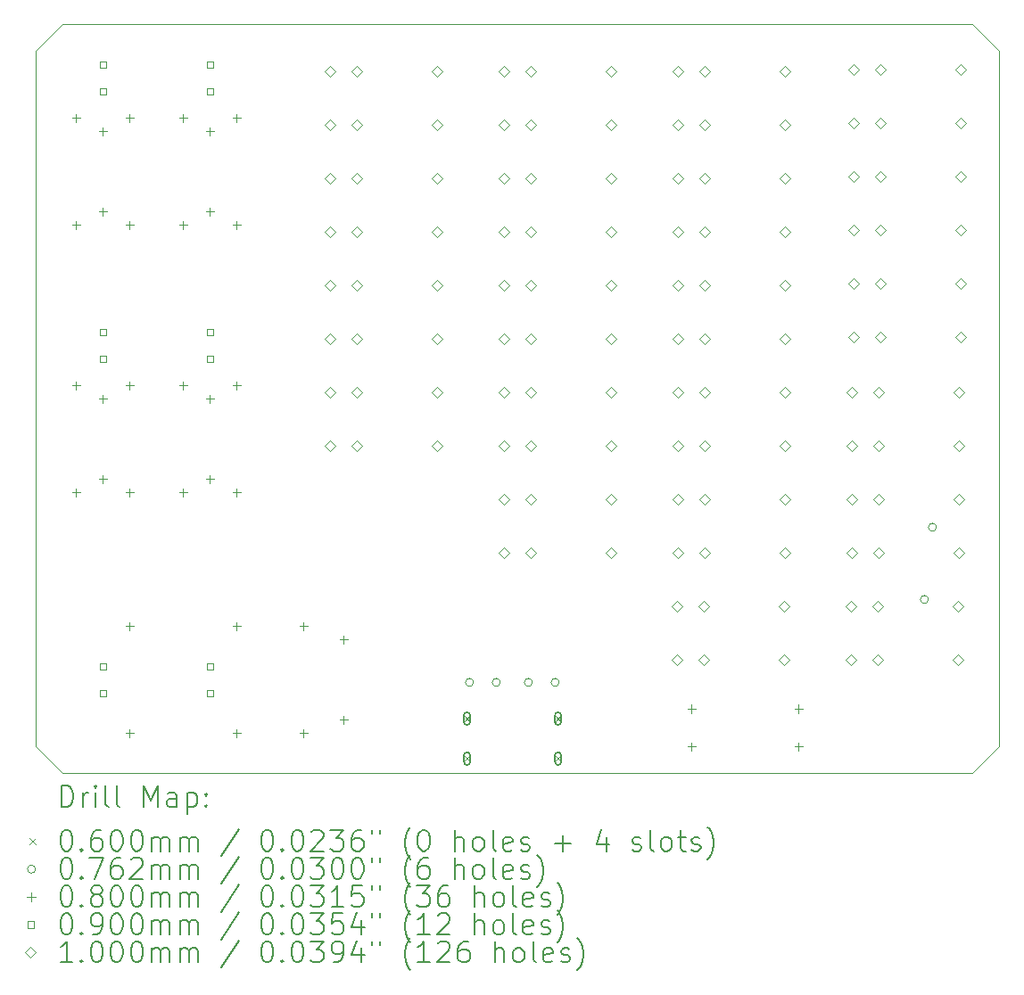
<source format=gbr>
%TF.GenerationSoftware,KiCad,Pcbnew,7.0.2*%
%TF.CreationDate,2023-05-28T17:26:04-07:00*%
%TF.ProjectId,relay-prototype,72656c61-792d-4707-926f-746f74797065,rev?*%
%TF.SameCoordinates,Original*%
%TF.FileFunction,Drillmap*%
%TF.FilePolarity,Positive*%
%FSLAX45Y45*%
G04 Gerber Fmt 4.5, Leading zero omitted, Abs format (unit mm)*
G04 Created by KiCad (PCBNEW 7.0.2) date 2023-05-28 17:26:04*
%MOMM*%
%LPD*%
G01*
G04 APERTURE LIST*
%ADD10C,0.100000*%
%ADD11C,0.200000*%
%ADD12C,0.060000*%
%ADD13C,0.076200*%
%ADD14C,0.080000*%
%ADD15C,0.090000*%
G04 APERTURE END LIST*
D10*
X5343260Y-11272119D02*
X5089260Y-11018119D01*
X5089260Y-4414119D02*
X5343260Y-4160119D01*
X13979260Y-4160119D02*
X14233260Y-4414119D01*
X14233260Y-11018119D02*
X13979260Y-11272119D01*
X5089260Y-11018119D02*
X5089260Y-4414119D01*
X13979260Y-11272119D02*
X5343260Y-11272119D01*
X5343260Y-4160119D02*
X13979260Y-4160119D01*
X14233260Y-4414119D02*
X14233260Y-11018119D01*
D11*
D12*
X9151000Y-10721884D02*
X9211000Y-10781884D01*
X9211000Y-10721884D02*
X9151000Y-10781884D01*
D11*
X9151000Y-10721884D02*
X9151000Y-10781884D01*
X9151000Y-10781884D02*
G75*
G03*
X9211000Y-10781884I30000J0D01*
G01*
X9211000Y-10781884D02*
X9211000Y-10721884D01*
X9211000Y-10721884D02*
G75*
G03*
X9151000Y-10721884I-30000J0D01*
G01*
D12*
X9151000Y-11101884D02*
X9211000Y-11161884D01*
X9211000Y-11101884D02*
X9151000Y-11161884D01*
D11*
X9151000Y-11101884D02*
X9151000Y-11161884D01*
X9151000Y-11161884D02*
G75*
G03*
X9211000Y-11161884I30000J0D01*
G01*
X9211000Y-11161884D02*
X9211000Y-11101884D01*
X9211000Y-11101884D02*
G75*
G03*
X9151000Y-11101884I-30000J0D01*
G01*
D12*
X10015000Y-10721884D02*
X10075000Y-10781884D01*
X10075000Y-10721884D02*
X10015000Y-10781884D01*
D11*
X10015000Y-10721884D02*
X10015000Y-10781884D01*
X10015000Y-10781884D02*
G75*
G03*
X10075000Y-10781884I30000J0D01*
G01*
X10075000Y-10781884D02*
X10075000Y-10721884D01*
X10075000Y-10721884D02*
G75*
G03*
X10015000Y-10721884I-30000J0D01*
G01*
D12*
X10015000Y-11101884D02*
X10075000Y-11161884D01*
X10075000Y-11101884D02*
X10015000Y-11161884D01*
D11*
X10015000Y-11101884D02*
X10015000Y-11161884D01*
X10015000Y-11161884D02*
G75*
G03*
X10075000Y-11161884I30000J0D01*
G01*
X10075000Y-11161884D02*
X10075000Y-11101884D01*
X10075000Y-11101884D02*
G75*
G03*
X10015000Y-11101884I-30000J0D01*
G01*
D13*
X9242160Y-10408519D02*
G75*
G03*
X9242160Y-10408519I-38100J0D01*
G01*
X9496160Y-10408519D02*
G75*
G03*
X9496160Y-10408519I-38100J0D01*
G01*
X9800960Y-10408519D02*
G75*
G03*
X9800960Y-10408519I-38100J0D01*
G01*
X10054960Y-10408519D02*
G75*
G03*
X10054960Y-10408519I-38100J0D01*
G01*
X13560160Y-9621119D02*
G75*
G03*
X13560160Y-9621119I-38100J0D01*
G01*
X13636360Y-8935319D02*
G75*
G03*
X13636360Y-8935319I-38100J0D01*
G01*
D14*
X5470260Y-5009119D02*
X5470260Y-5089119D01*
X5430260Y-5049119D02*
X5510260Y-5049119D01*
X5470260Y-6025119D02*
X5470260Y-6105119D01*
X5430260Y-6065119D02*
X5510260Y-6065119D01*
X5470260Y-7549119D02*
X5470260Y-7629119D01*
X5430260Y-7589119D02*
X5510260Y-7589119D01*
X5470260Y-8565119D02*
X5470260Y-8645119D01*
X5430260Y-8605119D02*
X5510260Y-8605119D01*
X5724260Y-5136119D02*
X5724260Y-5216119D01*
X5684260Y-5176119D02*
X5764260Y-5176119D01*
X5724260Y-5898119D02*
X5724260Y-5978119D01*
X5684260Y-5938119D02*
X5764260Y-5938119D01*
X5724260Y-7676119D02*
X5724260Y-7756119D01*
X5684260Y-7716119D02*
X5764260Y-7716119D01*
X5724260Y-8438119D02*
X5724260Y-8518119D01*
X5684260Y-8478119D02*
X5764260Y-8478119D01*
X5978260Y-5009119D02*
X5978260Y-5089119D01*
X5938260Y-5049119D02*
X6018260Y-5049119D01*
X5978260Y-6025119D02*
X5978260Y-6105119D01*
X5938260Y-6065119D02*
X6018260Y-6065119D01*
X5978260Y-7549119D02*
X5978260Y-7629119D01*
X5938260Y-7589119D02*
X6018260Y-7589119D01*
X5978260Y-8565119D02*
X5978260Y-8645119D01*
X5938260Y-8605119D02*
X6018260Y-8605119D01*
X5978260Y-9835119D02*
X5978260Y-9915119D01*
X5938260Y-9875119D02*
X6018260Y-9875119D01*
X5978260Y-10851119D02*
X5978260Y-10931119D01*
X5938260Y-10891119D02*
X6018260Y-10891119D01*
X6486260Y-5009119D02*
X6486260Y-5089119D01*
X6446260Y-5049119D02*
X6526260Y-5049119D01*
X6486260Y-6025119D02*
X6486260Y-6105119D01*
X6446260Y-6065119D02*
X6526260Y-6065119D01*
X6486260Y-7549119D02*
X6486260Y-7629119D01*
X6446260Y-7589119D02*
X6526260Y-7589119D01*
X6486260Y-8565119D02*
X6486260Y-8645119D01*
X6446260Y-8605119D02*
X6526260Y-8605119D01*
X6740260Y-5136119D02*
X6740260Y-5216119D01*
X6700260Y-5176119D02*
X6780260Y-5176119D01*
X6740260Y-5898119D02*
X6740260Y-5978119D01*
X6700260Y-5938119D02*
X6780260Y-5938119D01*
X6740260Y-7676119D02*
X6740260Y-7756119D01*
X6700260Y-7716119D02*
X6780260Y-7716119D01*
X6740260Y-8438119D02*
X6740260Y-8518119D01*
X6700260Y-8478119D02*
X6780260Y-8478119D01*
X6994260Y-5009119D02*
X6994260Y-5089119D01*
X6954260Y-5049119D02*
X7034260Y-5049119D01*
X6994260Y-6025119D02*
X6994260Y-6105119D01*
X6954260Y-6065119D02*
X7034260Y-6065119D01*
X6994260Y-7549119D02*
X6994260Y-7629119D01*
X6954260Y-7589119D02*
X7034260Y-7589119D01*
X6994260Y-8565119D02*
X6994260Y-8645119D01*
X6954260Y-8605119D02*
X7034260Y-8605119D01*
X6994260Y-9835119D02*
X6994260Y-9915119D01*
X6954260Y-9875119D02*
X7034260Y-9875119D01*
X6994260Y-10851119D02*
X6994260Y-10931119D01*
X6954260Y-10891119D02*
X7034260Y-10891119D01*
X7629260Y-9835119D02*
X7629260Y-9915119D01*
X7589260Y-9875119D02*
X7669260Y-9875119D01*
X7629260Y-10851119D02*
X7629260Y-10931119D01*
X7589260Y-10891119D02*
X7669260Y-10891119D01*
X8010260Y-9962119D02*
X8010260Y-10042119D01*
X7970260Y-10002119D02*
X8050260Y-10002119D01*
X8010260Y-10724119D02*
X8010260Y-10804119D01*
X7970260Y-10764119D02*
X8050260Y-10764119D01*
X11312260Y-10619979D02*
X11312260Y-10699979D01*
X11272260Y-10659979D02*
X11352260Y-10659979D01*
X11312260Y-10978119D02*
X11312260Y-11058119D01*
X11272260Y-11018119D02*
X11352260Y-11018119D01*
X12328260Y-10619979D02*
X12328260Y-10699979D01*
X12288260Y-10659979D02*
X12368260Y-10659979D01*
X12328260Y-10978119D02*
X12328260Y-11058119D01*
X12288260Y-11018119D02*
X12368260Y-11018119D01*
D15*
X5756080Y-4572939D02*
X5756080Y-4509299D01*
X5692440Y-4509299D01*
X5692440Y-4572939D01*
X5756080Y-4572939D01*
X5756080Y-4826939D02*
X5756080Y-4763299D01*
X5692440Y-4763299D01*
X5692440Y-4826939D01*
X5756080Y-4826939D01*
X5756080Y-7112939D02*
X5756080Y-7049299D01*
X5692440Y-7049299D01*
X5692440Y-7112939D01*
X5756080Y-7112939D01*
X5756080Y-7366939D02*
X5756080Y-7303299D01*
X5692440Y-7303299D01*
X5692440Y-7366939D01*
X5756080Y-7366939D01*
X5756080Y-10287939D02*
X5756080Y-10224299D01*
X5692440Y-10224299D01*
X5692440Y-10287939D01*
X5756080Y-10287939D01*
X5756080Y-10541939D02*
X5756080Y-10478299D01*
X5692440Y-10478299D01*
X5692440Y-10541939D01*
X5756080Y-10541939D01*
X6772080Y-4572939D02*
X6772080Y-4509299D01*
X6708440Y-4509299D01*
X6708440Y-4572939D01*
X6772080Y-4572939D01*
X6772080Y-4826939D02*
X6772080Y-4763299D01*
X6708440Y-4763299D01*
X6708440Y-4826939D01*
X6772080Y-4826939D01*
X6772080Y-7112939D02*
X6772080Y-7049299D01*
X6708440Y-7049299D01*
X6708440Y-7112939D01*
X6772080Y-7112939D01*
X6772080Y-7366939D02*
X6772080Y-7303299D01*
X6708440Y-7303299D01*
X6708440Y-7366939D01*
X6772080Y-7366939D01*
X6772080Y-10287939D02*
X6772080Y-10224299D01*
X6708440Y-10224299D01*
X6708440Y-10287939D01*
X6772080Y-10287939D01*
X6772080Y-10541939D02*
X6772080Y-10478299D01*
X6708440Y-10478299D01*
X6708440Y-10541939D01*
X6772080Y-10541939D01*
D10*
X7883260Y-4654661D02*
X7933260Y-4604661D01*
X7883260Y-4554661D01*
X7833260Y-4604661D01*
X7883260Y-4654661D01*
X7883260Y-5162661D02*
X7933260Y-5112661D01*
X7883260Y-5062661D01*
X7833260Y-5112661D01*
X7883260Y-5162661D01*
X7883260Y-5670619D02*
X7933260Y-5620619D01*
X7883260Y-5570619D01*
X7833260Y-5620619D01*
X7883260Y-5670619D01*
X7883260Y-6178619D02*
X7933260Y-6128619D01*
X7883260Y-6078619D01*
X7833260Y-6128619D01*
X7883260Y-6178619D01*
X7883260Y-6686619D02*
X7933260Y-6636619D01*
X7883260Y-6586619D01*
X7833260Y-6636619D01*
X7883260Y-6686619D01*
X7883260Y-7194619D02*
X7933260Y-7144619D01*
X7883260Y-7094619D01*
X7833260Y-7144619D01*
X7883260Y-7194619D01*
X7883260Y-7702619D02*
X7933260Y-7652619D01*
X7883260Y-7602619D01*
X7833260Y-7652619D01*
X7883260Y-7702619D01*
X7883260Y-8210619D02*
X7933260Y-8160619D01*
X7883260Y-8110619D01*
X7833260Y-8160619D01*
X7883260Y-8210619D01*
X8137260Y-4654661D02*
X8187260Y-4604661D01*
X8137260Y-4554661D01*
X8087260Y-4604661D01*
X8137260Y-4654661D01*
X8137260Y-5162661D02*
X8187260Y-5112661D01*
X8137260Y-5062661D01*
X8087260Y-5112661D01*
X8137260Y-5162661D01*
X8137260Y-5670619D02*
X8187260Y-5620619D01*
X8137260Y-5570619D01*
X8087260Y-5620619D01*
X8137260Y-5670619D01*
X8137260Y-6178619D02*
X8187260Y-6128619D01*
X8137260Y-6078619D01*
X8087260Y-6128619D01*
X8137260Y-6178619D01*
X8137260Y-6686619D02*
X8187260Y-6636619D01*
X8137260Y-6586619D01*
X8087260Y-6636619D01*
X8137260Y-6686619D01*
X8137260Y-7194619D02*
X8187260Y-7144619D01*
X8137260Y-7094619D01*
X8087260Y-7144619D01*
X8137260Y-7194619D01*
X8137260Y-7702619D02*
X8187260Y-7652619D01*
X8137260Y-7602619D01*
X8087260Y-7652619D01*
X8137260Y-7702619D01*
X8137260Y-8210619D02*
X8187260Y-8160619D01*
X8137260Y-8110619D01*
X8087260Y-8160619D01*
X8137260Y-8210619D01*
X8899260Y-4654661D02*
X8949260Y-4604661D01*
X8899260Y-4554661D01*
X8849260Y-4604661D01*
X8899260Y-4654661D01*
X8899260Y-5162661D02*
X8949260Y-5112661D01*
X8899260Y-5062661D01*
X8849260Y-5112661D01*
X8899260Y-5162661D01*
X8899260Y-5670619D02*
X8949260Y-5620619D01*
X8899260Y-5570619D01*
X8849260Y-5620619D01*
X8899260Y-5670619D01*
X8899260Y-6178619D02*
X8949260Y-6128619D01*
X8899260Y-6078619D01*
X8849260Y-6128619D01*
X8899260Y-6178619D01*
X8899260Y-6686619D02*
X8949260Y-6636619D01*
X8899260Y-6586619D01*
X8849260Y-6636619D01*
X8899260Y-6686619D01*
X8899260Y-7194619D02*
X8949260Y-7144619D01*
X8899260Y-7094619D01*
X8849260Y-7144619D01*
X8899260Y-7194619D01*
X8899260Y-7702619D02*
X8949260Y-7652619D01*
X8899260Y-7602619D01*
X8849260Y-7652619D01*
X8899260Y-7702619D01*
X8899260Y-8210619D02*
X8949260Y-8160619D01*
X8899260Y-8110619D01*
X8849260Y-8160619D01*
X8899260Y-8210619D01*
X9534202Y-4654661D02*
X9584202Y-4604661D01*
X9534202Y-4554661D01*
X9484202Y-4604661D01*
X9534202Y-4654661D01*
X9534202Y-5162661D02*
X9584202Y-5112661D01*
X9534202Y-5062661D01*
X9484202Y-5112661D01*
X9534202Y-5162661D01*
X9534202Y-5670641D02*
X9584202Y-5620641D01*
X9534202Y-5570642D01*
X9484202Y-5620641D01*
X9534202Y-5670641D01*
X9534202Y-6178641D02*
X9584202Y-6128641D01*
X9534202Y-6078641D01*
X9484202Y-6128641D01*
X9534202Y-6178641D01*
X9534202Y-6686622D02*
X9584202Y-6636622D01*
X9534202Y-6586622D01*
X9484202Y-6636622D01*
X9534202Y-6686622D01*
X9534202Y-7194622D02*
X9584202Y-7144622D01*
X9534202Y-7094622D01*
X9484202Y-7144622D01*
X9534202Y-7194622D01*
X9534202Y-7702602D02*
X9584202Y-7652602D01*
X9534202Y-7602602D01*
X9484202Y-7652602D01*
X9534202Y-7702602D01*
X9534202Y-8210602D02*
X9584202Y-8160602D01*
X9534202Y-8110602D01*
X9484202Y-8160602D01*
X9534202Y-8210602D01*
X9534260Y-8718619D02*
X9584260Y-8668619D01*
X9534260Y-8618619D01*
X9484260Y-8668619D01*
X9534260Y-8718619D01*
X9534260Y-9226619D02*
X9584260Y-9176619D01*
X9534260Y-9126619D01*
X9484260Y-9176619D01*
X9534260Y-9226619D01*
X9788202Y-4654661D02*
X9838202Y-4604661D01*
X9788202Y-4554661D01*
X9738202Y-4604661D01*
X9788202Y-4654661D01*
X9788202Y-5162661D02*
X9838202Y-5112661D01*
X9788202Y-5062661D01*
X9738202Y-5112661D01*
X9788202Y-5162661D01*
X9788202Y-5670641D02*
X9838202Y-5620641D01*
X9788202Y-5570642D01*
X9738202Y-5620641D01*
X9788202Y-5670641D01*
X9788202Y-6178641D02*
X9838202Y-6128641D01*
X9788202Y-6078641D01*
X9738202Y-6128641D01*
X9788202Y-6178641D01*
X9788202Y-6686622D02*
X9838202Y-6636622D01*
X9788202Y-6586622D01*
X9738202Y-6636622D01*
X9788202Y-6686622D01*
X9788202Y-7194622D02*
X9838202Y-7144622D01*
X9788202Y-7094622D01*
X9738202Y-7144622D01*
X9788202Y-7194622D01*
X9788202Y-7702602D02*
X9838202Y-7652602D01*
X9788202Y-7602602D01*
X9738202Y-7652602D01*
X9788202Y-7702602D01*
X9788202Y-8210602D02*
X9838202Y-8160602D01*
X9788202Y-8110602D01*
X9738202Y-8160602D01*
X9788202Y-8210602D01*
X9788260Y-8718619D02*
X9838260Y-8668619D01*
X9788260Y-8618619D01*
X9738260Y-8668619D01*
X9788260Y-8718619D01*
X9788260Y-9226619D02*
X9838260Y-9176619D01*
X9788260Y-9126619D01*
X9738260Y-9176619D01*
X9788260Y-9226619D01*
X10550202Y-4654661D02*
X10600202Y-4604661D01*
X10550202Y-4554661D01*
X10500202Y-4604661D01*
X10550202Y-4654661D01*
X10550202Y-5162661D02*
X10600202Y-5112661D01*
X10550202Y-5062661D01*
X10500202Y-5112661D01*
X10550202Y-5162661D01*
X10550202Y-5670641D02*
X10600202Y-5620641D01*
X10550202Y-5570642D01*
X10500202Y-5620641D01*
X10550202Y-5670641D01*
X10550202Y-6178641D02*
X10600202Y-6128641D01*
X10550202Y-6078641D01*
X10500202Y-6128641D01*
X10550202Y-6178641D01*
X10550202Y-6686622D02*
X10600202Y-6636622D01*
X10550202Y-6586622D01*
X10500202Y-6636622D01*
X10550202Y-6686622D01*
X10550202Y-7194622D02*
X10600202Y-7144622D01*
X10550202Y-7094622D01*
X10500202Y-7144622D01*
X10550202Y-7194622D01*
X10550202Y-7702602D02*
X10600202Y-7652602D01*
X10550202Y-7602602D01*
X10500202Y-7652602D01*
X10550202Y-7702602D01*
X10550202Y-8210602D02*
X10600202Y-8160602D01*
X10550202Y-8110602D01*
X10500202Y-8160602D01*
X10550202Y-8210602D01*
X10550260Y-8718619D02*
X10600260Y-8668619D01*
X10550260Y-8618619D01*
X10500260Y-8668619D01*
X10550260Y-8718619D01*
X10550260Y-9226619D02*
X10600260Y-9176619D01*
X10550260Y-9126619D01*
X10500260Y-9176619D01*
X10550260Y-9226619D01*
X11173010Y-9734619D02*
X11223010Y-9684619D01*
X11173010Y-9634619D01*
X11123010Y-9684619D01*
X11173010Y-9734619D01*
X11173010Y-10242619D02*
X11223010Y-10192619D01*
X11173010Y-10142619D01*
X11123010Y-10192619D01*
X11173010Y-10242619D01*
X11185202Y-8718583D02*
X11235202Y-8668583D01*
X11185202Y-8618583D01*
X11135202Y-8668583D01*
X11185202Y-8718583D01*
X11185202Y-9226583D02*
X11235202Y-9176583D01*
X11185202Y-9126583D01*
X11135202Y-9176583D01*
X11185202Y-9226583D01*
X11185260Y-4654619D02*
X11235260Y-4604619D01*
X11185260Y-4554619D01*
X11135260Y-4604619D01*
X11185260Y-4654619D01*
X11185260Y-5162619D02*
X11235260Y-5112619D01*
X11185260Y-5062619D01*
X11135260Y-5112619D01*
X11185260Y-5162619D01*
X11185260Y-5670619D02*
X11235260Y-5620619D01*
X11185260Y-5570619D01*
X11135260Y-5620619D01*
X11185260Y-5670619D01*
X11185260Y-6178619D02*
X11235260Y-6128619D01*
X11185260Y-6078619D01*
X11135260Y-6128619D01*
X11185260Y-6178619D01*
X11185260Y-6686619D02*
X11235260Y-6636619D01*
X11185260Y-6586619D01*
X11135260Y-6636619D01*
X11185260Y-6686619D01*
X11185260Y-7194619D02*
X11235260Y-7144619D01*
X11185260Y-7094619D01*
X11135260Y-7144619D01*
X11185260Y-7194619D01*
X11185260Y-7702619D02*
X11235260Y-7652619D01*
X11185260Y-7602619D01*
X11135260Y-7652619D01*
X11185260Y-7702619D01*
X11185260Y-8210619D02*
X11235260Y-8160619D01*
X11185260Y-8110619D01*
X11135260Y-8160619D01*
X11185260Y-8210619D01*
X11427010Y-9734619D02*
X11477010Y-9684619D01*
X11427010Y-9634619D01*
X11377010Y-9684619D01*
X11427010Y-9734619D01*
X11427010Y-10242619D02*
X11477010Y-10192619D01*
X11427010Y-10142619D01*
X11377010Y-10192619D01*
X11427010Y-10242619D01*
X11439202Y-8718583D02*
X11489202Y-8668583D01*
X11439202Y-8618583D01*
X11389202Y-8668583D01*
X11439202Y-8718583D01*
X11439202Y-9226583D02*
X11489202Y-9176583D01*
X11439202Y-9126583D01*
X11389202Y-9176583D01*
X11439202Y-9226583D01*
X11439260Y-4654619D02*
X11489260Y-4604619D01*
X11439260Y-4554619D01*
X11389260Y-4604619D01*
X11439260Y-4654619D01*
X11439260Y-5162619D02*
X11489260Y-5112619D01*
X11439260Y-5062619D01*
X11389260Y-5112619D01*
X11439260Y-5162619D01*
X11439260Y-5670619D02*
X11489260Y-5620619D01*
X11439260Y-5570619D01*
X11389260Y-5620619D01*
X11439260Y-5670619D01*
X11439260Y-6178619D02*
X11489260Y-6128619D01*
X11439260Y-6078619D01*
X11389260Y-6128619D01*
X11439260Y-6178619D01*
X11439260Y-6686619D02*
X11489260Y-6636619D01*
X11439260Y-6586619D01*
X11389260Y-6636619D01*
X11439260Y-6686619D01*
X11439260Y-7194619D02*
X11489260Y-7144619D01*
X11439260Y-7094619D01*
X11389260Y-7144619D01*
X11439260Y-7194619D01*
X11439260Y-7702619D02*
X11489260Y-7652619D01*
X11439260Y-7602619D01*
X11389260Y-7652619D01*
X11439260Y-7702619D01*
X11439260Y-8210619D02*
X11489260Y-8160619D01*
X11439260Y-8110619D01*
X11389260Y-8160619D01*
X11439260Y-8210619D01*
X12189010Y-9734619D02*
X12239010Y-9684619D01*
X12189010Y-9634619D01*
X12139010Y-9684619D01*
X12189010Y-9734619D01*
X12189010Y-10242619D02*
X12239010Y-10192619D01*
X12189010Y-10142619D01*
X12139010Y-10192619D01*
X12189010Y-10242619D01*
X12201202Y-8718583D02*
X12251202Y-8668583D01*
X12201202Y-8618583D01*
X12151202Y-8668583D01*
X12201202Y-8718583D01*
X12201202Y-9226583D02*
X12251202Y-9176583D01*
X12201202Y-9126583D01*
X12151202Y-9176583D01*
X12201202Y-9226583D01*
X12201260Y-4654619D02*
X12251260Y-4604619D01*
X12201260Y-4554619D01*
X12151260Y-4604619D01*
X12201260Y-4654619D01*
X12201260Y-5162619D02*
X12251260Y-5112619D01*
X12201260Y-5062619D01*
X12151260Y-5112619D01*
X12201260Y-5162619D01*
X12201260Y-5670619D02*
X12251260Y-5620619D01*
X12201260Y-5570619D01*
X12151260Y-5620619D01*
X12201260Y-5670619D01*
X12201260Y-6178619D02*
X12251260Y-6128619D01*
X12201260Y-6078619D01*
X12151260Y-6128619D01*
X12201260Y-6178619D01*
X12201260Y-6686619D02*
X12251260Y-6636619D01*
X12201260Y-6586619D01*
X12151260Y-6636619D01*
X12201260Y-6686619D01*
X12201260Y-7194619D02*
X12251260Y-7144619D01*
X12201260Y-7094619D01*
X12151260Y-7144619D01*
X12201260Y-7194619D01*
X12201260Y-7702619D02*
X12251260Y-7652619D01*
X12201260Y-7602619D01*
X12151260Y-7652619D01*
X12201260Y-7702619D01*
X12201260Y-8210619D02*
X12251260Y-8160619D01*
X12201260Y-8110619D01*
X12151260Y-8160619D01*
X12201260Y-8210619D01*
X12824010Y-9734619D02*
X12874010Y-9684619D01*
X12824010Y-9634619D01*
X12774010Y-9684619D01*
X12824010Y-9734619D01*
X12824010Y-10242619D02*
X12874010Y-10192619D01*
X12824010Y-10142619D01*
X12774010Y-10192619D01*
X12824010Y-10242619D01*
X12836260Y-7702619D02*
X12886260Y-7652619D01*
X12836260Y-7602619D01*
X12786260Y-7652619D01*
X12836260Y-7702619D01*
X12836260Y-8210619D02*
X12886260Y-8160619D01*
X12836260Y-8110619D01*
X12786260Y-8160619D01*
X12836260Y-8210619D01*
X12836260Y-8718619D02*
X12886260Y-8668619D01*
X12836260Y-8618619D01*
X12786260Y-8668619D01*
X12836260Y-8718619D01*
X12836260Y-9226619D02*
X12886260Y-9176619D01*
X12836260Y-9126619D01*
X12786260Y-9176619D01*
X12836260Y-9226619D01*
X12848510Y-4641369D02*
X12898510Y-4591369D01*
X12848510Y-4541369D01*
X12798510Y-4591369D01*
X12848510Y-4641369D01*
X12848510Y-5149369D02*
X12898510Y-5099369D01*
X12848510Y-5049369D01*
X12798510Y-5099369D01*
X12848510Y-5149369D01*
X12848510Y-5657369D02*
X12898510Y-5607369D01*
X12848510Y-5557369D01*
X12798510Y-5607369D01*
X12848510Y-5657369D01*
X12848510Y-6165369D02*
X12898510Y-6115369D01*
X12848510Y-6065369D01*
X12798510Y-6115369D01*
X12848510Y-6165369D01*
X12848510Y-6673369D02*
X12898510Y-6623369D01*
X12848510Y-6573369D01*
X12798510Y-6623369D01*
X12848510Y-6673369D01*
X12848510Y-7181369D02*
X12898510Y-7131369D01*
X12848510Y-7081369D01*
X12798510Y-7131369D01*
X12848510Y-7181369D01*
X13078010Y-9734619D02*
X13128010Y-9684619D01*
X13078010Y-9634619D01*
X13028010Y-9684619D01*
X13078010Y-9734619D01*
X13078010Y-10242619D02*
X13128010Y-10192619D01*
X13078010Y-10142619D01*
X13028010Y-10192619D01*
X13078010Y-10242619D01*
X13090260Y-7702619D02*
X13140260Y-7652619D01*
X13090260Y-7602619D01*
X13040260Y-7652619D01*
X13090260Y-7702619D01*
X13090260Y-8210619D02*
X13140260Y-8160619D01*
X13090260Y-8110619D01*
X13040260Y-8160619D01*
X13090260Y-8210619D01*
X13090260Y-8718619D02*
X13140260Y-8668619D01*
X13090260Y-8618619D01*
X13040260Y-8668619D01*
X13090260Y-8718619D01*
X13090260Y-9226619D02*
X13140260Y-9176619D01*
X13090260Y-9126619D01*
X13040260Y-9176619D01*
X13090260Y-9226619D01*
X13102510Y-4641369D02*
X13152510Y-4591369D01*
X13102510Y-4541369D01*
X13052510Y-4591369D01*
X13102510Y-4641369D01*
X13102510Y-5149369D02*
X13152510Y-5099369D01*
X13102510Y-5049369D01*
X13052510Y-5099369D01*
X13102510Y-5149369D01*
X13102510Y-5657369D02*
X13152510Y-5607369D01*
X13102510Y-5557369D01*
X13052510Y-5607369D01*
X13102510Y-5657369D01*
X13102510Y-6165369D02*
X13152510Y-6115369D01*
X13102510Y-6065369D01*
X13052510Y-6115369D01*
X13102510Y-6165369D01*
X13102510Y-6673369D02*
X13152510Y-6623369D01*
X13102510Y-6573369D01*
X13052510Y-6623369D01*
X13102510Y-6673369D01*
X13102510Y-7181369D02*
X13152510Y-7131369D01*
X13102510Y-7081369D01*
X13052510Y-7131369D01*
X13102510Y-7181369D01*
X13840010Y-9734619D02*
X13890010Y-9684619D01*
X13840010Y-9634619D01*
X13790010Y-9684619D01*
X13840010Y-9734619D01*
X13840010Y-10242619D02*
X13890010Y-10192619D01*
X13840010Y-10142619D01*
X13790010Y-10192619D01*
X13840010Y-10242619D01*
X13852260Y-7702619D02*
X13902260Y-7652619D01*
X13852260Y-7602619D01*
X13802260Y-7652619D01*
X13852260Y-7702619D01*
X13852260Y-8210619D02*
X13902260Y-8160619D01*
X13852260Y-8110619D01*
X13802260Y-8160619D01*
X13852260Y-8210619D01*
X13852260Y-8718619D02*
X13902260Y-8668619D01*
X13852260Y-8618619D01*
X13802260Y-8668619D01*
X13852260Y-8718619D01*
X13852260Y-9226619D02*
X13902260Y-9176619D01*
X13852260Y-9126619D01*
X13802260Y-9176619D01*
X13852260Y-9226619D01*
X13864510Y-4641369D02*
X13914510Y-4591369D01*
X13864510Y-4541369D01*
X13814510Y-4591369D01*
X13864510Y-4641369D01*
X13864510Y-5149369D02*
X13914510Y-5099369D01*
X13864510Y-5049369D01*
X13814510Y-5099369D01*
X13864510Y-5149369D01*
X13864510Y-5657369D02*
X13914510Y-5607369D01*
X13864510Y-5557369D01*
X13814510Y-5607369D01*
X13864510Y-5657369D01*
X13864510Y-6165369D02*
X13914510Y-6115369D01*
X13864510Y-6065369D01*
X13814510Y-6115369D01*
X13864510Y-6165369D01*
X13864510Y-6673369D02*
X13914510Y-6623369D01*
X13864510Y-6573369D01*
X13814510Y-6623369D01*
X13864510Y-6673369D01*
X13864510Y-7181369D02*
X13914510Y-7131369D01*
X13864510Y-7081369D01*
X13814510Y-7131369D01*
X13864510Y-7181369D01*
D11*
X5331879Y-11589643D02*
X5331879Y-11389643D01*
X5331879Y-11389643D02*
X5379498Y-11389643D01*
X5379498Y-11389643D02*
X5408070Y-11399167D01*
X5408070Y-11399167D02*
X5427117Y-11418214D01*
X5427117Y-11418214D02*
X5436641Y-11437262D01*
X5436641Y-11437262D02*
X5446165Y-11475357D01*
X5446165Y-11475357D02*
X5446165Y-11503928D01*
X5446165Y-11503928D02*
X5436641Y-11542024D01*
X5436641Y-11542024D02*
X5427117Y-11561071D01*
X5427117Y-11561071D02*
X5408070Y-11580119D01*
X5408070Y-11580119D02*
X5379498Y-11589643D01*
X5379498Y-11589643D02*
X5331879Y-11589643D01*
X5531879Y-11589643D02*
X5531879Y-11456309D01*
X5531879Y-11494405D02*
X5541403Y-11475357D01*
X5541403Y-11475357D02*
X5550927Y-11465833D01*
X5550927Y-11465833D02*
X5569974Y-11456309D01*
X5569974Y-11456309D02*
X5589022Y-11456309D01*
X5655688Y-11589643D02*
X5655688Y-11456309D01*
X5655688Y-11389643D02*
X5646165Y-11399167D01*
X5646165Y-11399167D02*
X5655688Y-11408690D01*
X5655688Y-11408690D02*
X5665212Y-11399167D01*
X5665212Y-11399167D02*
X5655688Y-11389643D01*
X5655688Y-11389643D02*
X5655688Y-11408690D01*
X5779498Y-11589643D02*
X5760450Y-11580119D01*
X5760450Y-11580119D02*
X5750927Y-11561071D01*
X5750927Y-11561071D02*
X5750927Y-11389643D01*
X5884260Y-11589643D02*
X5865212Y-11580119D01*
X5865212Y-11580119D02*
X5855688Y-11561071D01*
X5855688Y-11561071D02*
X5855688Y-11389643D01*
X6112831Y-11589643D02*
X6112831Y-11389643D01*
X6112831Y-11389643D02*
X6179498Y-11532500D01*
X6179498Y-11532500D02*
X6246165Y-11389643D01*
X6246165Y-11389643D02*
X6246165Y-11589643D01*
X6427117Y-11589643D02*
X6427117Y-11484881D01*
X6427117Y-11484881D02*
X6417593Y-11465833D01*
X6417593Y-11465833D02*
X6398546Y-11456309D01*
X6398546Y-11456309D02*
X6360450Y-11456309D01*
X6360450Y-11456309D02*
X6341403Y-11465833D01*
X6427117Y-11580119D02*
X6408069Y-11589643D01*
X6408069Y-11589643D02*
X6360450Y-11589643D01*
X6360450Y-11589643D02*
X6341403Y-11580119D01*
X6341403Y-11580119D02*
X6331879Y-11561071D01*
X6331879Y-11561071D02*
X6331879Y-11542024D01*
X6331879Y-11542024D02*
X6341403Y-11522976D01*
X6341403Y-11522976D02*
X6360450Y-11513452D01*
X6360450Y-11513452D02*
X6408069Y-11513452D01*
X6408069Y-11513452D02*
X6427117Y-11503928D01*
X6522355Y-11456309D02*
X6522355Y-11656309D01*
X6522355Y-11465833D02*
X6541403Y-11456309D01*
X6541403Y-11456309D02*
X6579498Y-11456309D01*
X6579498Y-11456309D02*
X6598546Y-11465833D01*
X6598546Y-11465833D02*
X6608069Y-11475357D01*
X6608069Y-11475357D02*
X6617593Y-11494405D01*
X6617593Y-11494405D02*
X6617593Y-11551547D01*
X6617593Y-11551547D02*
X6608069Y-11570595D01*
X6608069Y-11570595D02*
X6598546Y-11580119D01*
X6598546Y-11580119D02*
X6579498Y-11589643D01*
X6579498Y-11589643D02*
X6541403Y-11589643D01*
X6541403Y-11589643D02*
X6522355Y-11580119D01*
X6703308Y-11570595D02*
X6712831Y-11580119D01*
X6712831Y-11580119D02*
X6703308Y-11589643D01*
X6703308Y-11589643D02*
X6693784Y-11580119D01*
X6693784Y-11580119D02*
X6703308Y-11570595D01*
X6703308Y-11570595D02*
X6703308Y-11589643D01*
X6703308Y-11465833D02*
X6712831Y-11475357D01*
X6712831Y-11475357D02*
X6703308Y-11484881D01*
X6703308Y-11484881D02*
X6693784Y-11475357D01*
X6693784Y-11475357D02*
X6703308Y-11465833D01*
X6703308Y-11465833D02*
X6703308Y-11484881D01*
D12*
X5024260Y-11887119D02*
X5084260Y-11947119D01*
X5084260Y-11887119D02*
X5024260Y-11947119D01*
D11*
X5369974Y-11809643D02*
X5389022Y-11809643D01*
X5389022Y-11809643D02*
X5408070Y-11819167D01*
X5408070Y-11819167D02*
X5417593Y-11828690D01*
X5417593Y-11828690D02*
X5427117Y-11847738D01*
X5427117Y-11847738D02*
X5436641Y-11885833D01*
X5436641Y-11885833D02*
X5436641Y-11933452D01*
X5436641Y-11933452D02*
X5427117Y-11971547D01*
X5427117Y-11971547D02*
X5417593Y-11990595D01*
X5417593Y-11990595D02*
X5408070Y-12000119D01*
X5408070Y-12000119D02*
X5389022Y-12009643D01*
X5389022Y-12009643D02*
X5369974Y-12009643D01*
X5369974Y-12009643D02*
X5350927Y-12000119D01*
X5350927Y-12000119D02*
X5341403Y-11990595D01*
X5341403Y-11990595D02*
X5331879Y-11971547D01*
X5331879Y-11971547D02*
X5322355Y-11933452D01*
X5322355Y-11933452D02*
X5322355Y-11885833D01*
X5322355Y-11885833D02*
X5331879Y-11847738D01*
X5331879Y-11847738D02*
X5341403Y-11828690D01*
X5341403Y-11828690D02*
X5350927Y-11819167D01*
X5350927Y-11819167D02*
X5369974Y-11809643D01*
X5522355Y-11990595D02*
X5531879Y-12000119D01*
X5531879Y-12000119D02*
X5522355Y-12009643D01*
X5522355Y-12009643D02*
X5512831Y-12000119D01*
X5512831Y-12000119D02*
X5522355Y-11990595D01*
X5522355Y-11990595D02*
X5522355Y-12009643D01*
X5703308Y-11809643D02*
X5665212Y-11809643D01*
X5665212Y-11809643D02*
X5646165Y-11819167D01*
X5646165Y-11819167D02*
X5636641Y-11828690D01*
X5636641Y-11828690D02*
X5617593Y-11857262D01*
X5617593Y-11857262D02*
X5608069Y-11895357D01*
X5608069Y-11895357D02*
X5608069Y-11971547D01*
X5608069Y-11971547D02*
X5617593Y-11990595D01*
X5617593Y-11990595D02*
X5627117Y-12000119D01*
X5627117Y-12000119D02*
X5646165Y-12009643D01*
X5646165Y-12009643D02*
X5684260Y-12009643D01*
X5684260Y-12009643D02*
X5703308Y-12000119D01*
X5703308Y-12000119D02*
X5712831Y-11990595D01*
X5712831Y-11990595D02*
X5722355Y-11971547D01*
X5722355Y-11971547D02*
X5722355Y-11923928D01*
X5722355Y-11923928D02*
X5712831Y-11904881D01*
X5712831Y-11904881D02*
X5703308Y-11895357D01*
X5703308Y-11895357D02*
X5684260Y-11885833D01*
X5684260Y-11885833D02*
X5646165Y-11885833D01*
X5646165Y-11885833D02*
X5627117Y-11895357D01*
X5627117Y-11895357D02*
X5617593Y-11904881D01*
X5617593Y-11904881D02*
X5608069Y-11923928D01*
X5846165Y-11809643D02*
X5865212Y-11809643D01*
X5865212Y-11809643D02*
X5884260Y-11819167D01*
X5884260Y-11819167D02*
X5893784Y-11828690D01*
X5893784Y-11828690D02*
X5903308Y-11847738D01*
X5903308Y-11847738D02*
X5912831Y-11885833D01*
X5912831Y-11885833D02*
X5912831Y-11933452D01*
X5912831Y-11933452D02*
X5903308Y-11971547D01*
X5903308Y-11971547D02*
X5893784Y-11990595D01*
X5893784Y-11990595D02*
X5884260Y-12000119D01*
X5884260Y-12000119D02*
X5865212Y-12009643D01*
X5865212Y-12009643D02*
X5846165Y-12009643D01*
X5846165Y-12009643D02*
X5827117Y-12000119D01*
X5827117Y-12000119D02*
X5817593Y-11990595D01*
X5817593Y-11990595D02*
X5808069Y-11971547D01*
X5808069Y-11971547D02*
X5798546Y-11933452D01*
X5798546Y-11933452D02*
X5798546Y-11885833D01*
X5798546Y-11885833D02*
X5808069Y-11847738D01*
X5808069Y-11847738D02*
X5817593Y-11828690D01*
X5817593Y-11828690D02*
X5827117Y-11819167D01*
X5827117Y-11819167D02*
X5846165Y-11809643D01*
X6036641Y-11809643D02*
X6055689Y-11809643D01*
X6055689Y-11809643D02*
X6074736Y-11819167D01*
X6074736Y-11819167D02*
X6084260Y-11828690D01*
X6084260Y-11828690D02*
X6093784Y-11847738D01*
X6093784Y-11847738D02*
X6103308Y-11885833D01*
X6103308Y-11885833D02*
X6103308Y-11933452D01*
X6103308Y-11933452D02*
X6093784Y-11971547D01*
X6093784Y-11971547D02*
X6084260Y-11990595D01*
X6084260Y-11990595D02*
X6074736Y-12000119D01*
X6074736Y-12000119D02*
X6055689Y-12009643D01*
X6055689Y-12009643D02*
X6036641Y-12009643D01*
X6036641Y-12009643D02*
X6017593Y-12000119D01*
X6017593Y-12000119D02*
X6008069Y-11990595D01*
X6008069Y-11990595D02*
X5998546Y-11971547D01*
X5998546Y-11971547D02*
X5989022Y-11933452D01*
X5989022Y-11933452D02*
X5989022Y-11885833D01*
X5989022Y-11885833D02*
X5998546Y-11847738D01*
X5998546Y-11847738D02*
X6008069Y-11828690D01*
X6008069Y-11828690D02*
X6017593Y-11819167D01*
X6017593Y-11819167D02*
X6036641Y-11809643D01*
X6189022Y-12009643D02*
X6189022Y-11876309D01*
X6189022Y-11895357D02*
X6198546Y-11885833D01*
X6198546Y-11885833D02*
X6217593Y-11876309D01*
X6217593Y-11876309D02*
X6246165Y-11876309D01*
X6246165Y-11876309D02*
X6265212Y-11885833D01*
X6265212Y-11885833D02*
X6274736Y-11904881D01*
X6274736Y-11904881D02*
X6274736Y-12009643D01*
X6274736Y-11904881D02*
X6284260Y-11885833D01*
X6284260Y-11885833D02*
X6303308Y-11876309D01*
X6303308Y-11876309D02*
X6331879Y-11876309D01*
X6331879Y-11876309D02*
X6350927Y-11885833D01*
X6350927Y-11885833D02*
X6360450Y-11904881D01*
X6360450Y-11904881D02*
X6360450Y-12009643D01*
X6455689Y-12009643D02*
X6455689Y-11876309D01*
X6455689Y-11895357D02*
X6465212Y-11885833D01*
X6465212Y-11885833D02*
X6484260Y-11876309D01*
X6484260Y-11876309D02*
X6512831Y-11876309D01*
X6512831Y-11876309D02*
X6531879Y-11885833D01*
X6531879Y-11885833D02*
X6541403Y-11904881D01*
X6541403Y-11904881D02*
X6541403Y-12009643D01*
X6541403Y-11904881D02*
X6550927Y-11885833D01*
X6550927Y-11885833D02*
X6569974Y-11876309D01*
X6569974Y-11876309D02*
X6598546Y-11876309D01*
X6598546Y-11876309D02*
X6617593Y-11885833D01*
X6617593Y-11885833D02*
X6627117Y-11904881D01*
X6627117Y-11904881D02*
X6627117Y-12009643D01*
X7017593Y-11800119D02*
X6846165Y-12057262D01*
X7274736Y-11809643D02*
X7293784Y-11809643D01*
X7293784Y-11809643D02*
X7312832Y-11819167D01*
X7312832Y-11819167D02*
X7322355Y-11828690D01*
X7322355Y-11828690D02*
X7331879Y-11847738D01*
X7331879Y-11847738D02*
X7341403Y-11885833D01*
X7341403Y-11885833D02*
X7341403Y-11933452D01*
X7341403Y-11933452D02*
X7331879Y-11971547D01*
X7331879Y-11971547D02*
X7322355Y-11990595D01*
X7322355Y-11990595D02*
X7312832Y-12000119D01*
X7312832Y-12000119D02*
X7293784Y-12009643D01*
X7293784Y-12009643D02*
X7274736Y-12009643D01*
X7274736Y-12009643D02*
X7255689Y-12000119D01*
X7255689Y-12000119D02*
X7246165Y-11990595D01*
X7246165Y-11990595D02*
X7236641Y-11971547D01*
X7236641Y-11971547D02*
X7227117Y-11933452D01*
X7227117Y-11933452D02*
X7227117Y-11885833D01*
X7227117Y-11885833D02*
X7236641Y-11847738D01*
X7236641Y-11847738D02*
X7246165Y-11828690D01*
X7246165Y-11828690D02*
X7255689Y-11819167D01*
X7255689Y-11819167D02*
X7274736Y-11809643D01*
X7427117Y-11990595D02*
X7436641Y-12000119D01*
X7436641Y-12000119D02*
X7427117Y-12009643D01*
X7427117Y-12009643D02*
X7417593Y-12000119D01*
X7417593Y-12000119D02*
X7427117Y-11990595D01*
X7427117Y-11990595D02*
X7427117Y-12009643D01*
X7560451Y-11809643D02*
X7579498Y-11809643D01*
X7579498Y-11809643D02*
X7598546Y-11819167D01*
X7598546Y-11819167D02*
X7608070Y-11828690D01*
X7608070Y-11828690D02*
X7617593Y-11847738D01*
X7617593Y-11847738D02*
X7627117Y-11885833D01*
X7627117Y-11885833D02*
X7627117Y-11933452D01*
X7627117Y-11933452D02*
X7617593Y-11971547D01*
X7617593Y-11971547D02*
X7608070Y-11990595D01*
X7608070Y-11990595D02*
X7598546Y-12000119D01*
X7598546Y-12000119D02*
X7579498Y-12009643D01*
X7579498Y-12009643D02*
X7560451Y-12009643D01*
X7560451Y-12009643D02*
X7541403Y-12000119D01*
X7541403Y-12000119D02*
X7531879Y-11990595D01*
X7531879Y-11990595D02*
X7522355Y-11971547D01*
X7522355Y-11971547D02*
X7512832Y-11933452D01*
X7512832Y-11933452D02*
X7512832Y-11885833D01*
X7512832Y-11885833D02*
X7522355Y-11847738D01*
X7522355Y-11847738D02*
X7531879Y-11828690D01*
X7531879Y-11828690D02*
X7541403Y-11819167D01*
X7541403Y-11819167D02*
X7560451Y-11809643D01*
X7703308Y-11828690D02*
X7712832Y-11819167D01*
X7712832Y-11819167D02*
X7731879Y-11809643D01*
X7731879Y-11809643D02*
X7779498Y-11809643D01*
X7779498Y-11809643D02*
X7798546Y-11819167D01*
X7798546Y-11819167D02*
X7808070Y-11828690D01*
X7808070Y-11828690D02*
X7817593Y-11847738D01*
X7817593Y-11847738D02*
X7817593Y-11866786D01*
X7817593Y-11866786D02*
X7808070Y-11895357D01*
X7808070Y-11895357D02*
X7693784Y-12009643D01*
X7693784Y-12009643D02*
X7817593Y-12009643D01*
X7884260Y-11809643D02*
X8008070Y-11809643D01*
X8008070Y-11809643D02*
X7941403Y-11885833D01*
X7941403Y-11885833D02*
X7969974Y-11885833D01*
X7969974Y-11885833D02*
X7989022Y-11895357D01*
X7989022Y-11895357D02*
X7998546Y-11904881D01*
X7998546Y-11904881D02*
X8008070Y-11923928D01*
X8008070Y-11923928D02*
X8008070Y-11971547D01*
X8008070Y-11971547D02*
X7998546Y-11990595D01*
X7998546Y-11990595D02*
X7989022Y-12000119D01*
X7989022Y-12000119D02*
X7969974Y-12009643D01*
X7969974Y-12009643D02*
X7912832Y-12009643D01*
X7912832Y-12009643D02*
X7893784Y-12000119D01*
X7893784Y-12000119D02*
X7884260Y-11990595D01*
X8179498Y-11809643D02*
X8141403Y-11809643D01*
X8141403Y-11809643D02*
X8122355Y-11819167D01*
X8122355Y-11819167D02*
X8112832Y-11828690D01*
X8112832Y-11828690D02*
X8093784Y-11857262D01*
X8093784Y-11857262D02*
X8084260Y-11895357D01*
X8084260Y-11895357D02*
X8084260Y-11971547D01*
X8084260Y-11971547D02*
X8093784Y-11990595D01*
X8093784Y-11990595D02*
X8103308Y-12000119D01*
X8103308Y-12000119D02*
X8122355Y-12009643D01*
X8122355Y-12009643D02*
X8160451Y-12009643D01*
X8160451Y-12009643D02*
X8179498Y-12000119D01*
X8179498Y-12000119D02*
X8189022Y-11990595D01*
X8189022Y-11990595D02*
X8198546Y-11971547D01*
X8198546Y-11971547D02*
X8198546Y-11923928D01*
X8198546Y-11923928D02*
X8189022Y-11904881D01*
X8189022Y-11904881D02*
X8179498Y-11895357D01*
X8179498Y-11895357D02*
X8160451Y-11885833D01*
X8160451Y-11885833D02*
X8122355Y-11885833D01*
X8122355Y-11885833D02*
X8103308Y-11895357D01*
X8103308Y-11895357D02*
X8093784Y-11904881D01*
X8093784Y-11904881D02*
X8084260Y-11923928D01*
X8274736Y-11809643D02*
X8274736Y-11847738D01*
X8350927Y-11809643D02*
X8350927Y-11847738D01*
X8646165Y-12085833D02*
X8636641Y-12076309D01*
X8636641Y-12076309D02*
X8617594Y-12047738D01*
X8617594Y-12047738D02*
X8608070Y-12028690D01*
X8608070Y-12028690D02*
X8598546Y-12000119D01*
X8598546Y-12000119D02*
X8589022Y-11952500D01*
X8589022Y-11952500D02*
X8589022Y-11914405D01*
X8589022Y-11914405D02*
X8598546Y-11866786D01*
X8598546Y-11866786D02*
X8608070Y-11838214D01*
X8608070Y-11838214D02*
X8617594Y-11819167D01*
X8617594Y-11819167D02*
X8636641Y-11790595D01*
X8636641Y-11790595D02*
X8646165Y-11781071D01*
X8760451Y-11809643D02*
X8779498Y-11809643D01*
X8779498Y-11809643D02*
X8798546Y-11819167D01*
X8798546Y-11819167D02*
X8808070Y-11828690D01*
X8808070Y-11828690D02*
X8817594Y-11847738D01*
X8817594Y-11847738D02*
X8827117Y-11885833D01*
X8827117Y-11885833D02*
X8827117Y-11933452D01*
X8827117Y-11933452D02*
X8817594Y-11971547D01*
X8817594Y-11971547D02*
X8808070Y-11990595D01*
X8808070Y-11990595D02*
X8798546Y-12000119D01*
X8798546Y-12000119D02*
X8779498Y-12009643D01*
X8779498Y-12009643D02*
X8760451Y-12009643D01*
X8760451Y-12009643D02*
X8741403Y-12000119D01*
X8741403Y-12000119D02*
X8731879Y-11990595D01*
X8731879Y-11990595D02*
X8722356Y-11971547D01*
X8722356Y-11971547D02*
X8712832Y-11933452D01*
X8712832Y-11933452D02*
X8712832Y-11885833D01*
X8712832Y-11885833D02*
X8722356Y-11847738D01*
X8722356Y-11847738D02*
X8731879Y-11828690D01*
X8731879Y-11828690D02*
X8741403Y-11819167D01*
X8741403Y-11819167D02*
X8760451Y-11809643D01*
X9065213Y-12009643D02*
X9065213Y-11809643D01*
X9150927Y-12009643D02*
X9150927Y-11904881D01*
X9150927Y-11904881D02*
X9141403Y-11885833D01*
X9141403Y-11885833D02*
X9122356Y-11876309D01*
X9122356Y-11876309D02*
X9093784Y-11876309D01*
X9093784Y-11876309D02*
X9074737Y-11885833D01*
X9074737Y-11885833D02*
X9065213Y-11895357D01*
X9274737Y-12009643D02*
X9255689Y-12000119D01*
X9255689Y-12000119D02*
X9246165Y-11990595D01*
X9246165Y-11990595D02*
X9236641Y-11971547D01*
X9236641Y-11971547D02*
X9236641Y-11914405D01*
X9236641Y-11914405D02*
X9246165Y-11895357D01*
X9246165Y-11895357D02*
X9255689Y-11885833D01*
X9255689Y-11885833D02*
X9274737Y-11876309D01*
X9274737Y-11876309D02*
X9303308Y-11876309D01*
X9303308Y-11876309D02*
X9322356Y-11885833D01*
X9322356Y-11885833D02*
X9331879Y-11895357D01*
X9331879Y-11895357D02*
X9341403Y-11914405D01*
X9341403Y-11914405D02*
X9341403Y-11971547D01*
X9341403Y-11971547D02*
X9331879Y-11990595D01*
X9331879Y-11990595D02*
X9322356Y-12000119D01*
X9322356Y-12000119D02*
X9303308Y-12009643D01*
X9303308Y-12009643D02*
X9274737Y-12009643D01*
X9455689Y-12009643D02*
X9436641Y-12000119D01*
X9436641Y-12000119D02*
X9427118Y-11981071D01*
X9427118Y-11981071D02*
X9427118Y-11809643D01*
X9608070Y-12000119D02*
X9589022Y-12009643D01*
X9589022Y-12009643D02*
X9550927Y-12009643D01*
X9550927Y-12009643D02*
X9531879Y-12000119D01*
X9531879Y-12000119D02*
X9522356Y-11981071D01*
X9522356Y-11981071D02*
X9522356Y-11904881D01*
X9522356Y-11904881D02*
X9531879Y-11885833D01*
X9531879Y-11885833D02*
X9550927Y-11876309D01*
X9550927Y-11876309D02*
X9589022Y-11876309D01*
X9589022Y-11876309D02*
X9608070Y-11885833D01*
X9608070Y-11885833D02*
X9617594Y-11904881D01*
X9617594Y-11904881D02*
X9617594Y-11923928D01*
X9617594Y-11923928D02*
X9522356Y-11942976D01*
X9693784Y-12000119D02*
X9712832Y-12009643D01*
X9712832Y-12009643D02*
X9750927Y-12009643D01*
X9750927Y-12009643D02*
X9769975Y-12000119D01*
X9769975Y-12000119D02*
X9779499Y-11981071D01*
X9779499Y-11981071D02*
X9779499Y-11971547D01*
X9779499Y-11971547D02*
X9769975Y-11952500D01*
X9769975Y-11952500D02*
X9750927Y-11942976D01*
X9750927Y-11942976D02*
X9722356Y-11942976D01*
X9722356Y-11942976D02*
X9703308Y-11933452D01*
X9703308Y-11933452D02*
X9693784Y-11914405D01*
X9693784Y-11914405D02*
X9693784Y-11904881D01*
X9693784Y-11904881D02*
X9703308Y-11885833D01*
X9703308Y-11885833D02*
X9722356Y-11876309D01*
X9722356Y-11876309D02*
X9750927Y-11876309D01*
X9750927Y-11876309D02*
X9769975Y-11885833D01*
X10017594Y-11933452D02*
X10169975Y-11933452D01*
X10093784Y-12009643D02*
X10093784Y-11857262D01*
X10503308Y-11876309D02*
X10503308Y-12009643D01*
X10455689Y-11800119D02*
X10408070Y-11942976D01*
X10408070Y-11942976D02*
X10531880Y-11942976D01*
X10750927Y-12000119D02*
X10769975Y-12009643D01*
X10769975Y-12009643D02*
X10808070Y-12009643D01*
X10808070Y-12009643D02*
X10827118Y-12000119D01*
X10827118Y-12000119D02*
X10836642Y-11981071D01*
X10836642Y-11981071D02*
X10836642Y-11971547D01*
X10836642Y-11971547D02*
X10827118Y-11952500D01*
X10827118Y-11952500D02*
X10808070Y-11942976D01*
X10808070Y-11942976D02*
X10779499Y-11942976D01*
X10779499Y-11942976D02*
X10760451Y-11933452D01*
X10760451Y-11933452D02*
X10750927Y-11914405D01*
X10750927Y-11914405D02*
X10750927Y-11904881D01*
X10750927Y-11904881D02*
X10760451Y-11885833D01*
X10760451Y-11885833D02*
X10779499Y-11876309D01*
X10779499Y-11876309D02*
X10808070Y-11876309D01*
X10808070Y-11876309D02*
X10827118Y-11885833D01*
X10950927Y-12009643D02*
X10931880Y-12000119D01*
X10931880Y-12000119D02*
X10922356Y-11981071D01*
X10922356Y-11981071D02*
X10922356Y-11809643D01*
X11055689Y-12009643D02*
X11036642Y-12000119D01*
X11036642Y-12000119D02*
X11027118Y-11990595D01*
X11027118Y-11990595D02*
X11017594Y-11971547D01*
X11017594Y-11971547D02*
X11017594Y-11914405D01*
X11017594Y-11914405D02*
X11027118Y-11895357D01*
X11027118Y-11895357D02*
X11036642Y-11885833D01*
X11036642Y-11885833D02*
X11055689Y-11876309D01*
X11055689Y-11876309D02*
X11084261Y-11876309D01*
X11084261Y-11876309D02*
X11103308Y-11885833D01*
X11103308Y-11885833D02*
X11112832Y-11895357D01*
X11112832Y-11895357D02*
X11122356Y-11914405D01*
X11122356Y-11914405D02*
X11122356Y-11971547D01*
X11122356Y-11971547D02*
X11112832Y-11990595D01*
X11112832Y-11990595D02*
X11103308Y-12000119D01*
X11103308Y-12000119D02*
X11084261Y-12009643D01*
X11084261Y-12009643D02*
X11055689Y-12009643D01*
X11179499Y-11876309D02*
X11255689Y-11876309D01*
X11208070Y-11809643D02*
X11208070Y-11981071D01*
X11208070Y-11981071D02*
X11217594Y-12000119D01*
X11217594Y-12000119D02*
X11236641Y-12009643D01*
X11236641Y-12009643D02*
X11255689Y-12009643D01*
X11312832Y-12000119D02*
X11331880Y-12009643D01*
X11331880Y-12009643D02*
X11369975Y-12009643D01*
X11369975Y-12009643D02*
X11389022Y-12000119D01*
X11389022Y-12000119D02*
X11398546Y-11981071D01*
X11398546Y-11981071D02*
X11398546Y-11971547D01*
X11398546Y-11971547D02*
X11389022Y-11952500D01*
X11389022Y-11952500D02*
X11369975Y-11942976D01*
X11369975Y-11942976D02*
X11341403Y-11942976D01*
X11341403Y-11942976D02*
X11322356Y-11933452D01*
X11322356Y-11933452D02*
X11312832Y-11914405D01*
X11312832Y-11914405D02*
X11312832Y-11904881D01*
X11312832Y-11904881D02*
X11322356Y-11885833D01*
X11322356Y-11885833D02*
X11341403Y-11876309D01*
X11341403Y-11876309D02*
X11369975Y-11876309D01*
X11369975Y-11876309D02*
X11389022Y-11885833D01*
X11465213Y-12085833D02*
X11474737Y-12076309D01*
X11474737Y-12076309D02*
X11493784Y-12047738D01*
X11493784Y-12047738D02*
X11503308Y-12028690D01*
X11503308Y-12028690D02*
X11512832Y-12000119D01*
X11512832Y-12000119D02*
X11522356Y-11952500D01*
X11522356Y-11952500D02*
X11522356Y-11914405D01*
X11522356Y-11914405D02*
X11512832Y-11866786D01*
X11512832Y-11866786D02*
X11503308Y-11838214D01*
X11503308Y-11838214D02*
X11493784Y-11819167D01*
X11493784Y-11819167D02*
X11474737Y-11790595D01*
X11474737Y-11790595D02*
X11465213Y-11781071D01*
D13*
X5084260Y-12181119D02*
G75*
G03*
X5084260Y-12181119I-38100J0D01*
G01*
D11*
X5369974Y-12073643D02*
X5389022Y-12073643D01*
X5389022Y-12073643D02*
X5408070Y-12083167D01*
X5408070Y-12083167D02*
X5417593Y-12092690D01*
X5417593Y-12092690D02*
X5427117Y-12111738D01*
X5427117Y-12111738D02*
X5436641Y-12149833D01*
X5436641Y-12149833D02*
X5436641Y-12197452D01*
X5436641Y-12197452D02*
X5427117Y-12235547D01*
X5427117Y-12235547D02*
X5417593Y-12254595D01*
X5417593Y-12254595D02*
X5408070Y-12264119D01*
X5408070Y-12264119D02*
X5389022Y-12273643D01*
X5389022Y-12273643D02*
X5369974Y-12273643D01*
X5369974Y-12273643D02*
X5350927Y-12264119D01*
X5350927Y-12264119D02*
X5341403Y-12254595D01*
X5341403Y-12254595D02*
X5331879Y-12235547D01*
X5331879Y-12235547D02*
X5322355Y-12197452D01*
X5322355Y-12197452D02*
X5322355Y-12149833D01*
X5322355Y-12149833D02*
X5331879Y-12111738D01*
X5331879Y-12111738D02*
X5341403Y-12092690D01*
X5341403Y-12092690D02*
X5350927Y-12083167D01*
X5350927Y-12083167D02*
X5369974Y-12073643D01*
X5522355Y-12254595D02*
X5531879Y-12264119D01*
X5531879Y-12264119D02*
X5522355Y-12273643D01*
X5522355Y-12273643D02*
X5512831Y-12264119D01*
X5512831Y-12264119D02*
X5522355Y-12254595D01*
X5522355Y-12254595D02*
X5522355Y-12273643D01*
X5598546Y-12073643D02*
X5731879Y-12073643D01*
X5731879Y-12073643D02*
X5646165Y-12273643D01*
X5893784Y-12073643D02*
X5855688Y-12073643D01*
X5855688Y-12073643D02*
X5836641Y-12083167D01*
X5836641Y-12083167D02*
X5827117Y-12092690D01*
X5827117Y-12092690D02*
X5808069Y-12121262D01*
X5808069Y-12121262D02*
X5798546Y-12159357D01*
X5798546Y-12159357D02*
X5798546Y-12235547D01*
X5798546Y-12235547D02*
X5808069Y-12254595D01*
X5808069Y-12254595D02*
X5817593Y-12264119D01*
X5817593Y-12264119D02*
X5836641Y-12273643D01*
X5836641Y-12273643D02*
X5874736Y-12273643D01*
X5874736Y-12273643D02*
X5893784Y-12264119D01*
X5893784Y-12264119D02*
X5903308Y-12254595D01*
X5903308Y-12254595D02*
X5912831Y-12235547D01*
X5912831Y-12235547D02*
X5912831Y-12187928D01*
X5912831Y-12187928D02*
X5903308Y-12168881D01*
X5903308Y-12168881D02*
X5893784Y-12159357D01*
X5893784Y-12159357D02*
X5874736Y-12149833D01*
X5874736Y-12149833D02*
X5836641Y-12149833D01*
X5836641Y-12149833D02*
X5817593Y-12159357D01*
X5817593Y-12159357D02*
X5808069Y-12168881D01*
X5808069Y-12168881D02*
X5798546Y-12187928D01*
X5989022Y-12092690D02*
X5998546Y-12083167D01*
X5998546Y-12083167D02*
X6017593Y-12073643D01*
X6017593Y-12073643D02*
X6065212Y-12073643D01*
X6065212Y-12073643D02*
X6084260Y-12083167D01*
X6084260Y-12083167D02*
X6093784Y-12092690D01*
X6093784Y-12092690D02*
X6103308Y-12111738D01*
X6103308Y-12111738D02*
X6103308Y-12130786D01*
X6103308Y-12130786D02*
X6093784Y-12159357D01*
X6093784Y-12159357D02*
X5979498Y-12273643D01*
X5979498Y-12273643D02*
X6103308Y-12273643D01*
X6189022Y-12273643D02*
X6189022Y-12140309D01*
X6189022Y-12159357D02*
X6198546Y-12149833D01*
X6198546Y-12149833D02*
X6217593Y-12140309D01*
X6217593Y-12140309D02*
X6246165Y-12140309D01*
X6246165Y-12140309D02*
X6265212Y-12149833D01*
X6265212Y-12149833D02*
X6274736Y-12168881D01*
X6274736Y-12168881D02*
X6274736Y-12273643D01*
X6274736Y-12168881D02*
X6284260Y-12149833D01*
X6284260Y-12149833D02*
X6303308Y-12140309D01*
X6303308Y-12140309D02*
X6331879Y-12140309D01*
X6331879Y-12140309D02*
X6350927Y-12149833D01*
X6350927Y-12149833D02*
X6360450Y-12168881D01*
X6360450Y-12168881D02*
X6360450Y-12273643D01*
X6455689Y-12273643D02*
X6455689Y-12140309D01*
X6455689Y-12159357D02*
X6465212Y-12149833D01*
X6465212Y-12149833D02*
X6484260Y-12140309D01*
X6484260Y-12140309D02*
X6512831Y-12140309D01*
X6512831Y-12140309D02*
X6531879Y-12149833D01*
X6531879Y-12149833D02*
X6541403Y-12168881D01*
X6541403Y-12168881D02*
X6541403Y-12273643D01*
X6541403Y-12168881D02*
X6550927Y-12149833D01*
X6550927Y-12149833D02*
X6569974Y-12140309D01*
X6569974Y-12140309D02*
X6598546Y-12140309D01*
X6598546Y-12140309D02*
X6617593Y-12149833D01*
X6617593Y-12149833D02*
X6627117Y-12168881D01*
X6627117Y-12168881D02*
X6627117Y-12273643D01*
X7017593Y-12064119D02*
X6846165Y-12321262D01*
X7274736Y-12073643D02*
X7293784Y-12073643D01*
X7293784Y-12073643D02*
X7312832Y-12083167D01*
X7312832Y-12083167D02*
X7322355Y-12092690D01*
X7322355Y-12092690D02*
X7331879Y-12111738D01*
X7331879Y-12111738D02*
X7341403Y-12149833D01*
X7341403Y-12149833D02*
X7341403Y-12197452D01*
X7341403Y-12197452D02*
X7331879Y-12235547D01*
X7331879Y-12235547D02*
X7322355Y-12254595D01*
X7322355Y-12254595D02*
X7312832Y-12264119D01*
X7312832Y-12264119D02*
X7293784Y-12273643D01*
X7293784Y-12273643D02*
X7274736Y-12273643D01*
X7274736Y-12273643D02*
X7255689Y-12264119D01*
X7255689Y-12264119D02*
X7246165Y-12254595D01*
X7246165Y-12254595D02*
X7236641Y-12235547D01*
X7236641Y-12235547D02*
X7227117Y-12197452D01*
X7227117Y-12197452D02*
X7227117Y-12149833D01*
X7227117Y-12149833D02*
X7236641Y-12111738D01*
X7236641Y-12111738D02*
X7246165Y-12092690D01*
X7246165Y-12092690D02*
X7255689Y-12083167D01*
X7255689Y-12083167D02*
X7274736Y-12073643D01*
X7427117Y-12254595D02*
X7436641Y-12264119D01*
X7436641Y-12264119D02*
X7427117Y-12273643D01*
X7427117Y-12273643D02*
X7417593Y-12264119D01*
X7417593Y-12264119D02*
X7427117Y-12254595D01*
X7427117Y-12254595D02*
X7427117Y-12273643D01*
X7560451Y-12073643D02*
X7579498Y-12073643D01*
X7579498Y-12073643D02*
X7598546Y-12083167D01*
X7598546Y-12083167D02*
X7608070Y-12092690D01*
X7608070Y-12092690D02*
X7617593Y-12111738D01*
X7617593Y-12111738D02*
X7627117Y-12149833D01*
X7627117Y-12149833D02*
X7627117Y-12197452D01*
X7627117Y-12197452D02*
X7617593Y-12235547D01*
X7617593Y-12235547D02*
X7608070Y-12254595D01*
X7608070Y-12254595D02*
X7598546Y-12264119D01*
X7598546Y-12264119D02*
X7579498Y-12273643D01*
X7579498Y-12273643D02*
X7560451Y-12273643D01*
X7560451Y-12273643D02*
X7541403Y-12264119D01*
X7541403Y-12264119D02*
X7531879Y-12254595D01*
X7531879Y-12254595D02*
X7522355Y-12235547D01*
X7522355Y-12235547D02*
X7512832Y-12197452D01*
X7512832Y-12197452D02*
X7512832Y-12149833D01*
X7512832Y-12149833D02*
X7522355Y-12111738D01*
X7522355Y-12111738D02*
X7531879Y-12092690D01*
X7531879Y-12092690D02*
X7541403Y-12083167D01*
X7541403Y-12083167D02*
X7560451Y-12073643D01*
X7693784Y-12073643D02*
X7817593Y-12073643D01*
X7817593Y-12073643D02*
X7750927Y-12149833D01*
X7750927Y-12149833D02*
X7779498Y-12149833D01*
X7779498Y-12149833D02*
X7798546Y-12159357D01*
X7798546Y-12159357D02*
X7808070Y-12168881D01*
X7808070Y-12168881D02*
X7817593Y-12187928D01*
X7817593Y-12187928D02*
X7817593Y-12235547D01*
X7817593Y-12235547D02*
X7808070Y-12254595D01*
X7808070Y-12254595D02*
X7798546Y-12264119D01*
X7798546Y-12264119D02*
X7779498Y-12273643D01*
X7779498Y-12273643D02*
X7722355Y-12273643D01*
X7722355Y-12273643D02*
X7703308Y-12264119D01*
X7703308Y-12264119D02*
X7693784Y-12254595D01*
X7941403Y-12073643D02*
X7960451Y-12073643D01*
X7960451Y-12073643D02*
X7979498Y-12083167D01*
X7979498Y-12083167D02*
X7989022Y-12092690D01*
X7989022Y-12092690D02*
X7998546Y-12111738D01*
X7998546Y-12111738D02*
X8008070Y-12149833D01*
X8008070Y-12149833D02*
X8008070Y-12197452D01*
X8008070Y-12197452D02*
X7998546Y-12235547D01*
X7998546Y-12235547D02*
X7989022Y-12254595D01*
X7989022Y-12254595D02*
X7979498Y-12264119D01*
X7979498Y-12264119D02*
X7960451Y-12273643D01*
X7960451Y-12273643D02*
X7941403Y-12273643D01*
X7941403Y-12273643D02*
X7922355Y-12264119D01*
X7922355Y-12264119D02*
X7912832Y-12254595D01*
X7912832Y-12254595D02*
X7903308Y-12235547D01*
X7903308Y-12235547D02*
X7893784Y-12197452D01*
X7893784Y-12197452D02*
X7893784Y-12149833D01*
X7893784Y-12149833D02*
X7903308Y-12111738D01*
X7903308Y-12111738D02*
X7912832Y-12092690D01*
X7912832Y-12092690D02*
X7922355Y-12083167D01*
X7922355Y-12083167D02*
X7941403Y-12073643D01*
X8131879Y-12073643D02*
X8150927Y-12073643D01*
X8150927Y-12073643D02*
X8169974Y-12083167D01*
X8169974Y-12083167D02*
X8179498Y-12092690D01*
X8179498Y-12092690D02*
X8189022Y-12111738D01*
X8189022Y-12111738D02*
X8198546Y-12149833D01*
X8198546Y-12149833D02*
X8198546Y-12197452D01*
X8198546Y-12197452D02*
X8189022Y-12235547D01*
X8189022Y-12235547D02*
X8179498Y-12254595D01*
X8179498Y-12254595D02*
X8169974Y-12264119D01*
X8169974Y-12264119D02*
X8150927Y-12273643D01*
X8150927Y-12273643D02*
X8131879Y-12273643D01*
X8131879Y-12273643D02*
X8112832Y-12264119D01*
X8112832Y-12264119D02*
X8103308Y-12254595D01*
X8103308Y-12254595D02*
X8093784Y-12235547D01*
X8093784Y-12235547D02*
X8084260Y-12197452D01*
X8084260Y-12197452D02*
X8084260Y-12149833D01*
X8084260Y-12149833D02*
X8093784Y-12111738D01*
X8093784Y-12111738D02*
X8103308Y-12092690D01*
X8103308Y-12092690D02*
X8112832Y-12083167D01*
X8112832Y-12083167D02*
X8131879Y-12073643D01*
X8274736Y-12073643D02*
X8274736Y-12111738D01*
X8350927Y-12073643D02*
X8350927Y-12111738D01*
X8646165Y-12349833D02*
X8636641Y-12340309D01*
X8636641Y-12340309D02*
X8617594Y-12311738D01*
X8617594Y-12311738D02*
X8608070Y-12292690D01*
X8608070Y-12292690D02*
X8598546Y-12264119D01*
X8598546Y-12264119D02*
X8589022Y-12216500D01*
X8589022Y-12216500D02*
X8589022Y-12178405D01*
X8589022Y-12178405D02*
X8598546Y-12130786D01*
X8598546Y-12130786D02*
X8608070Y-12102214D01*
X8608070Y-12102214D02*
X8617594Y-12083167D01*
X8617594Y-12083167D02*
X8636641Y-12054595D01*
X8636641Y-12054595D02*
X8646165Y-12045071D01*
X8808070Y-12073643D02*
X8769975Y-12073643D01*
X8769975Y-12073643D02*
X8750927Y-12083167D01*
X8750927Y-12083167D02*
X8741403Y-12092690D01*
X8741403Y-12092690D02*
X8722356Y-12121262D01*
X8722356Y-12121262D02*
X8712832Y-12159357D01*
X8712832Y-12159357D02*
X8712832Y-12235547D01*
X8712832Y-12235547D02*
X8722356Y-12254595D01*
X8722356Y-12254595D02*
X8731879Y-12264119D01*
X8731879Y-12264119D02*
X8750927Y-12273643D01*
X8750927Y-12273643D02*
X8789022Y-12273643D01*
X8789022Y-12273643D02*
X8808070Y-12264119D01*
X8808070Y-12264119D02*
X8817594Y-12254595D01*
X8817594Y-12254595D02*
X8827117Y-12235547D01*
X8827117Y-12235547D02*
X8827117Y-12187928D01*
X8827117Y-12187928D02*
X8817594Y-12168881D01*
X8817594Y-12168881D02*
X8808070Y-12159357D01*
X8808070Y-12159357D02*
X8789022Y-12149833D01*
X8789022Y-12149833D02*
X8750927Y-12149833D01*
X8750927Y-12149833D02*
X8731879Y-12159357D01*
X8731879Y-12159357D02*
X8722356Y-12168881D01*
X8722356Y-12168881D02*
X8712832Y-12187928D01*
X9065213Y-12273643D02*
X9065213Y-12073643D01*
X9150927Y-12273643D02*
X9150927Y-12168881D01*
X9150927Y-12168881D02*
X9141403Y-12149833D01*
X9141403Y-12149833D02*
X9122356Y-12140309D01*
X9122356Y-12140309D02*
X9093784Y-12140309D01*
X9093784Y-12140309D02*
X9074737Y-12149833D01*
X9074737Y-12149833D02*
X9065213Y-12159357D01*
X9274737Y-12273643D02*
X9255689Y-12264119D01*
X9255689Y-12264119D02*
X9246165Y-12254595D01*
X9246165Y-12254595D02*
X9236641Y-12235547D01*
X9236641Y-12235547D02*
X9236641Y-12178405D01*
X9236641Y-12178405D02*
X9246165Y-12159357D01*
X9246165Y-12159357D02*
X9255689Y-12149833D01*
X9255689Y-12149833D02*
X9274737Y-12140309D01*
X9274737Y-12140309D02*
X9303308Y-12140309D01*
X9303308Y-12140309D02*
X9322356Y-12149833D01*
X9322356Y-12149833D02*
X9331879Y-12159357D01*
X9331879Y-12159357D02*
X9341403Y-12178405D01*
X9341403Y-12178405D02*
X9341403Y-12235547D01*
X9341403Y-12235547D02*
X9331879Y-12254595D01*
X9331879Y-12254595D02*
X9322356Y-12264119D01*
X9322356Y-12264119D02*
X9303308Y-12273643D01*
X9303308Y-12273643D02*
X9274737Y-12273643D01*
X9455689Y-12273643D02*
X9436641Y-12264119D01*
X9436641Y-12264119D02*
X9427118Y-12245071D01*
X9427118Y-12245071D02*
X9427118Y-12073643D01*
X9608070Y-12264119D02*
X9589022Y-12273643D01*
X9589022Y-12273643D02*
X9550927Y-12273643D01*
X9550927Y-12273643D02*
X9531879Y-12264119D01*
X9531879Y-12264119D02*
X9522356Y-12245071D01*
X9522356Y-12245071D02*
X9522356Y-12168881D01*
X9522356Y-12168881D02*
X9531879Y-12149833D01*
X9531879Y-12149833D02*
X9550927Y-12140309D01*
X9550927Y-12140309D02*
X9589022Y-12140309D01*
X9589022Y-12140309D02*
X9608070Y-12149833D01*
X9608070Y-12149833D02*
X9617594Y-12168881D01*
X9617594Y-12168881D02*
X9617594Y-12187928D01*
X9617594Y-12187928D02*
X9522356Y-12206976D01*
X9693784Y-12264119D02*
X9712832Y-12273643D01*
X9712832Y-12273643D02*
X9750927Y-12273643D01*
X9750927Y-12273643D02*
X9769975Y-12264119D01*
X9769975Y-12264119D02*
X9779499Y-12245071D01*
X9779499Y-12245071D02*
X9779499Y-12235547D01*
X9779499Y-12235547D02*
X9769975Y-12216500D01*
X9769975Y-12216500D02*
X9750927Y-12206976D01*
X9750927Y-12206976D02*
X9722356Y-12206976D01*
X9722356Y-12206976D02*
X9703308Y-12197452D01*
X9703308Y-12197452D02*
X9693784Y-12178405D01*
X9693784Y-12178405D02*
X9693784Y-12168881D01*
X9693784Y-12168881D02*
X9703308Y-12149833D01*
X9703308Y-12149833D02*
X9722356Y-12140309D01*
X9722356Y-12140309D02*
X9750927Y-12140309D01*
X9750927Y-12140309D02*
X9769975Y-12149833D01*
X9846165Y-12349833D02*
X9855689Y-12340309D01*
X9855689Y-12340309D02*
X9874737Y-12311738D01*
X9874737Y-12311738D02*
X9884260Y-12292690D01*
X9884260Y-12292690D02*
X9893784Y-12264119D01*
X9893784Y-12264119D02*
X9903308Y-12216500D01*
X9903308Y-12216500D02*
X9903308Y-12178405D01*
X9903308Y-12178405D02*
X9893784Y-12130786D01*
X9893784Y-12130786D02*
X9884260Y-12102214D01*
X9884260Y-12102214D02*
X9874737Y-12083167D01*
X9874737Y-12083167D02*
X9855689Y-12054595D01*
X9855689Y-12054595D02*
X9846165Y-12045071D01*
D14*
X5044260Y-12405119D02*
X5044260Y-12485119D01*
X5004260Y-12445119D02*
X5084260Y-12445119D01*
D11*
X5369974Y-12337643D02*
X5389022Y-12337643D01*
X5389022Y-12337643D02*
X5408070Y-12347167D01*
X5408070Y-12347167D02*
X5417593Y-12356690D01*
X5417593Y-12356690D02*
X5427117Y-12375738D01*
X5427117Y-12375738D02*
X5436641Y-12413833D01*
X5436641Y-12413833D02*
X5436641Y-12461452D01*
X5436641Y-12461452D02*
X5427117Y-12499547D01*
X5427117Y-12499547D02*
X5417593Y-12518595D01*
X5417593Y-12518595D02*
X5408070Y-12528119D01*
X5408070Y-12528119D02*
X5389022Y-12537643D01*
X5389022Y-12537643D02*
X5369974Y-12537643D01*
X5369974Y-12537643D02*
X5350927Y-12528119D01*
X5350927Y-12528119D02*
X5341403Y-12518595D01*
X5341403Y-12518595D02*
X5331879Y-12499547D01*
X5331879Y-12499547D02*
X5322355Y-12461452D01*
X5322355Y-12461452D02*
X5322355Y-12413833D01*
X5322355Y-12413833D02*
X5331879Y-12375738D01*
X5331879Y-12375738D02*
X5341403Y-12356690D01*
X5341403Y-12356690D02*
X5350927Y-12347167D01*
X5350927Y-12347167D02*
X5369974Y-12337643D01*
X5522355Y-12518595D02*
X5531879Y-12528119D01*
X5531879Y-12528119D02*
X5522355Y-12537643D01*
X5522355Y-12537643D02*
X5512831Y-12528119D01*
X5512831Y-12528119D02*
X5522355Y-12518595D01*
X5522355Y-12518595D02*
X5522355Y-12537643D01*
X5646165Y-12423357D02*
X5627117Y-12413833D01*
X5627117Y-12413833D02*
X5617593Y-12404309D01*
X5617593Y-12404309D02*
X5608069Y-12385262D01*
X5608069Y-12385262D02*
X5608069Y-12375738D01*
X5608069Y-12375738D02*
X5617593Y-12356690D01*
X5617593Y-12356690D02*
X5627117Y-12347167D01*
X5627117Y-12347167D02*
X5646165Y-12337643D01*
X5646165Y-12337643D02*
X5684260Y-12337643D01*
X5684260Y-12337643D02*
X5703308Y-12347167D01*
X5703308Y-12347167D02*
X5712831Y-12356690D01*
X5712831Y-12356690D02*
X5722355Y-12375738D01*
X5722355Y-12375738D02*
X5722355Y-12385262D01*
X5722355Y-12385262D02*
X5712831Y-12404309D01*
X5712831Y-12404309D02*
X5703308Y-12413833D01*
X5703308Y-12413833D02*
X5684260Y-12423357D01*
X5684260Y-12423357D02*
X5646165Y-12423357D01*
X5646165Y-12423357D02*
X5627117Y-12432881D01*
X5627117Y-12432881D02*
X5617593Y-12442405D01*
X5617593Y-12442405D02*
X5608069Y-12461452D01*
X5608069Y-12461452D02*
X5608069Y-12499547D01*
X5608069Y-12499547D02*
X5617593Y-12518595D01*
X5617593Y-12518595D02*
X5627117Y-12528119D01*
X5627117Y-12528119D02*
X5646165Y-12537643D01*
X5646165Y-12537643D02*
X5684260Y-12537643D01*
X5684260Y-12537643D02*
X5703308Y-12528119D01*
X5703308Y-12528119D02*
X5712831Y-12518595D01*
X5712831Y-12518595D02*
X5722355Y-12499547D01*
X5722355Y-12499547D02*
X5722355Y-12461452D01*
X5722355Y-12461452D02*
X5712831Y-12442405D01*
X5712831Y-12442405D02*
X5703308Y-12432881D01*
X5703308Y-12432881D02*
X5684260Y-12423357D01*
X5846165Y-12337643D02*
X5865212Y-12337643D01*
X5865212Y-12337643D02*
X5884260Y-12347167D01*
X5884260Y-12347167D02*
X5893784Y-12356690D01*
X5893784Y-12356690D02*
X5903308Y-12375738D01*
X5903308Y-12375738D02*
X5912831Y-12413833D01*
X5912831Y-12413833D02*
X5912831Y-12461452D01*
X5912831Y-12461452D02*
X5903308Y-12499547D01*
X5903308Y-12499547D02*
X5893784Y-12518595D01*
X5893784Y-12518595D02*
X5884260Y-12528119D01*
X5884260Y-12528119D02*
X5865212Y-12537643D01*
X5865212Y-12537643D02*
X5846165Y-12537643D01*
X5846165Y-12537643D02*
X5827117Y-12528119D01*
X5827117Y-12528119D02*
X5817593Y-12518595D01*
X5817593Y-12518595D02*
X5808069Y-12499547D01*
X5808069Y-12499547D02*
X5798546Y-12461452D01*
X5798546Y-12461452D02*
X5798546Y-12413833D01*
X5798546Y-12413833D02*
X5808069Y-12375738D01*
X5808069Y-12375738D02*
X5817593Y-12356690D01*
X5817593Y-12356690D02*
X5827117Y-12347167D01*
X5827117Y-12347167D02*
X5846165Y-12337643D01*
X6036641Y-12337643D02*
X6055689Y-12337643D01*
X6055689Y-12337643D02*
X6074736Y-12347167D01*
X6074736Y-12347167D02*
X6084260Y-12356690D01*
X6084260Y-12356690D02*
X6093784Y-12375738D01*
X6093784Y-12375738D02*
X6103308Y-12413833D01*
X6103308Y-12413833D02*
X6103308Y-12461452D01*
X6103308Y-12461452D02*
X6093784Y-12499547D01*
X6093784Y-12499547D02*
X6084260Y-12518595D01*
X6084260Y-12518595D02*
X6074736Y-12528119D01*
X6074736Y-12528119D02*
X6055689Y-12537643D01*
X6055689Y-12537643D02*
X6036641Y-12537643D01*
X6036641Y-12537643D02*
X6017593Y-12528119D01*
X6017593Y-12528119D02*
X6008069Y-12518595D01*
X6008069Y-12518595D02*
X5998546Y-12499547D01*
X5998546Y-12499547D02*
X5989022Y-12461452D01*
X5989022Y-12461452D02*
X5989022Y-12413833D01*
X5989022Y-12413833D02*
X5998546Y-12375738D01*
X5998546Y-12375738D02*
X6008069Y-12356690D01*
X6008069Y-12356690D02*
X6017593Y-12347167D01*
X6017593Y-12347167D02*
X6036641Y-12337643D01*
X6189022Y-12537643D02*
X6189022Y-12404309D01*
X6189022Y-12423357D02*
X6198546Y-12413833D01*
X6198546Y-12413833D02*
X6217593Y-12404309D01*
X6217593Y-12404309D02*
X6246165Y-12404309D01*
X6246165Y-12404309D02*
X6265212Y-12413833D01*
X6265212Y-12413833D02*
X6274736Y-12432881D01*
X6274736Y-12432881D02*
X6274736Y-12537643D01*
X6274736Y-12432881D02*
X6284260Y-12413833D01*
X6284260Y-12413833D02*
X6303308Y-12404309D01*
X6303308Y-12404309D02*
X6331879Y-12404309D01*
X6331879Y-12404309D02*
X6350927Y-12413833D01*
X6350927Y-12413833D02*
X6360450Y-12432881D01*
X6360450Y-12432881D02*
X6360450Y-12537643D01*
X6455689Y-12537643D02*
X6455689Y-12404309D01*
X6455689Y-12423357D02*
X6465212Y-12413833D01*
X6465212Y-12413833D02*
X6484260Y-12404309D01*
X6484260Y-12404309D02*
X6512831Y-12404309D01*
X6512831Y-12404309D02*
X6531879Y-12413833D01*
X6531879Y-12413833D02*
X6541403Y-12432881D01*
X6541403Y-12432881D02*
X6541403Y-12537643D01*
X6541403Y-12432881D02*
X6550927Y-12413833D01*
X6550927Y-12413833D02*
X6569974Y-12404309D01*
X6569974Y-12404309D02*
X6598546Y-12404309D01*
X6598546Y-12404309D02*
X6617593Y-12413833D01*
X6617593Y-12413833D02*
X6627117Y-12432881D01*
X6627117Y-12432881D02*
X6627117Y-12537643D01*
X7017593Y-12328119D02*
X6846165Y-12585262D01*
X7274736Y-12337643D02*
X7293784Y-12337643D01*
X7293784Y-12337643D02*
X7312832Y-12347167D01*
X7312832Y-12347167D02*
X7322355Y-12356690D01*
X7322355Y-12356690D02*
X7331879Y-12375738D01*
X7331879Y-12375738D02*
X7341403Y-12413833D01*
X7341403Y-12413833D02*
X7341403Y-12461452D01*
X7341403Y-12461452D02*
X7331879Y-12499547D01*
X7331879Y-12499547D02*
X7322355Y-12518595D01*
X7322355Y-12518595D02*
X7312832Y-12528119D01*
X7312832Y-12528119D02*
X7293784Y-12537643D01*
X7293784Y-12537643D02*
X7274736Y-12537643D01*
X7274736Y-12537643D02*
X7255689Y-12528119D01*
X7255689Y-12528119D02*
X7246165Y-12518595D01*
X7246165Y-12518595D02*
X7236641Y-12499547D01*
X7236641Y-12499547D02*
X7227117Y-12461452D01*
X7227117Y-12461452D02*
X7227117Y-12413833D01*
X7227117Y-12413833D02*
X7236641Y-12375738D01*
X7236641Y-12375738D02*
X7246165Y-12356690D01*
X7246165Y-12356690D02*
X7255689Y-12347167D01*
X7255689Y-12347167D02*
X7274736Y-12337643D01*
X7427117Y-12518595D02*
X7436641Y-12528119D01*
X7436641Y-12528119D02*
X7427117Y-12537643D01*
X7427117Y-12537643D02*
X7417593Y-12528119D01*
X7417593Y-12528119D02*
X7427117Y-12518595D01*
X7427117Y-12518595D02*
X7427117Y-12537643D01*
X7560451Y-12337643D02*
X7579498Y-12337643D01*
X7579498Y-12337643D02*
X7598546Y-12347167D01*
X7598546Y-12347167D02*
X7608070Y-12356690D01*
X7608070Y-12356690D02*
X7617593Y-12375738D01*
X7617593Y-12375738D02*
X7627117Y-12413833D01*
X7627117Y-12413833D02*
X7627117Y-12461452D01*
X7627117Y-12461452D02*
X7617593Y-12499547D01*
X7617593Y-12499547D02*
X7608070Y-12518595D01*
X7608070Y-12518595D02*
X7598546Y-12528119D01*
X7598546Y-12528119D02*
X7579498Y-12537643D01*
X7579498Y-12537643D02*
X7560451Y-12537643D01*
X7560451Y-12537643D02*
X7541403Y-12528119D01*
X7541403Y-12528119D02*
X7531879Y-12518595D01*
X7531879Y-12518595D02*
X7522355Y-12499547D01*
X7522355Y-12499547D02*
X7512832Y-12461452D01*
X7512832Y-12461452D02*
X7512832Y-12413833D01*
X7512832Y-12413833D02*
X7522355Y-12375738D01*
X7522355Y-12375738D02*
X7531879Y-12356690D01*
X7531879Y-12356690D02*
X7541403Y-12347167D01*
X7541403Y-12347167D02*
X7560451Y-12337643D01*
X7693784Y-12337643D02*
X7817593Y-12337643D01*
X7817593Y-12337643D02*
X7750927Y-12413833D01*
X7750927Y-12413833D02*
X7779498Y-12413833D01*
X7779498Y-12413833D02*
X7798546Y-12423357D01*
X7798546Y-12423357D02*
X7808070Y-12432881D01*
X7808070Y-12432881D02*
X7817593Y-12451928D01*
X7817593Y-12451928D02*
X7817593Y-12499547D01*
X7817593Y-12499547D02*
X7808070Y-12518595D01*
X7808070Y-12518595D02*
X7798546Y-12528119D01*
X7798546Y-12528119D02*
X7779498Y-12537643D01*
X7779498Y-12537643D02*
X7722355Y-12537643D01*
X7722355Y-12537643D02*
X7703308Y-12528119D01*
X7703308Y-12528119D02*
X7693784Y-12518595D01*
X8008070Y-12537643D02*
X7893784Y-12537643D01*
X7950927Y-12537643D02*
X7950927Y-12337643D01*
X7950927Y-12337643D02*
X7931879Y-12366214D01*
X7931879Y-12366214D02*
X7912832Y-12385262D01*
X7912832Y-12385262D02*
X7893784Y-12394786D01*
X8189022Y-12337643D02*
X8093784Y-12337643D01*
X8093784Y-12337643D02*
X8084260Y-12432881D01*
X8084260Y-12432881D02*
X8093784Y-12423357D01*
X8093784Y-12423357D02*
X8112832Y-12413833D01*
X8112832Y-12413833D02*
X8160451Y-12413833D01*
X8160451Y-12413833D02*
X8179498Y-12423357D01*
X8179498Y-12423357D02*
X8189022Y-12432881D01*
X8189022Y-12432881D02*
X8198546Y-12451928D01*
X8198546Y-12451928D02*
X8198546Y-12499547D01*
X8198546Y-12499547D02*
X8189022Y-12518595D01*
X8189022Y-12518595D02*
X8179498Y-12528119D01*
X8179498Y-12528119D02*
X8160451Y-12537643D01*
X8160451Y-12537643D02*
X8112832Y-12537643D01*
X8112832Y-12537643D02*
X8093784Y-12528119D01*
X8093784Y-12528119D02*
X8084260Y-12518595D01*
X8274736Y-12337643D02*
X8274736Y-12375738D01*
X8350927Y-12337643D02*
X8350927Y-12375738D01*
X8646165Y-12613833D02*
X8636641Y-12604309D01*
X8636641Y-12604309D02*
X8617594Y-12575738D01*
X8617594Y-12575738D02*
X8608070Y-12556690D01*
X8608070Y-12556690D02*
X8598546Y-12528119D01*
X8598546Y-12528119D02*
X8589022Y-12480500D01*
X8589022Y-12480500D02*
X8589022Y-12442405D01*
X8589022Y-12442405D02*
X8598546Y-12394786D01*
X8598546Y-12394786D02*
X8608070Y-12366214D01*
X8608070Y-12366214D02*
X8617594Y-12347167D01*
X8617594Y-12347167D02*
X8636641Y-12318595D01*
X8636641Y-12318595D02*
X8646165Y-12309071D01*
X8703308Y-12337643D02*
X8827117Y-12337643D01*
X8827117Y-12337643D02*
X8760451Y-12413833D01*
X8760451Y-12413833D02*
X8789022Y-12413833D01*
X8789022Y-12413833D02*
X8808070Y-12423357D01*
X8808070Y-12423357D02*
X8817594Y-12432881D01*
X8817594Y-12432881D02*
X8827117Y-12451928D01*
X8827117Y-12451928D02*
X8827117Y-12499547D01*
X8827117Y-12499547D02*
X8817594Y-12518595D01*
X8817594Y-12518595D02*
X8808070Y-12528119D01*
X8808070Y-12528119D02*
X8789022Y-12537643D01*
X8789022Y-12537643D02*
X8731879Y-12537643D01*
X8731879Y-12537643D02*
X8712832Y-12528119D01*
X8712832Y-12528119D02*
X8703308Y-12518595D01*
X8998546Y-12337643D02*
X8960451Y-12337643D01*
X8960451Y-12337643D02*
X8941403Y-12347167D01*
X8941403Y-12347167D02*
X8931879Y-12356690D01*
X8931879Y-12356690D02*
X8912832Y-12385262D01*
X8912832Y-12385262D02*
X8903308Y-12423357D01*
X8903308Y-12423357D02*
X8903308Y-12499547D01*
X8903308Y-12499547D02*
X8912832Y-12518595D01*
X8912832Y-12518595D02*
X8922356Y-12528119D01*
X8922356Y-12528119D02*
X8941403Y-12537643D01*
X8941403Y-12537643D02*
X8979498Y-12537643D01*
X8979498Y-12537643D02*
X8998546Y-12528119D01*
X8998546Y-12528119D02*
X9008070Y-12518595D01*
X9008070Y-12518595D02*
X9017594Y-12499547D01*
X9017594Y-12499547D02*
X9017594Y-12451928D01*
X9017594Y-12451928D02*
X9008070Y-12432881D01*
X9008070Y-12432881D02*
X8998546Y-12423357D01*
X8998546Y-12423357D02*
X8979498Y-12413833D01*
X8979498Y-12413833D02*
X8941403Y-12413833D01*
X8941403Y-12413833D02*
X8922356Y-12423357D01*
X8922356Y-12423357D02*
X8912832Y-12432881D01*
X8912832Y-12432881D02*
X8903308Y-12451928D01*
X9255689Y-12537643D02*
X9255689Y-12337643D01*
X9341403Y-12537643D02*
X9341403Y-12432881D01*
X9341403Y-12432881D02*
X9331879Y-12413833D01*
X9331879Y-12413833D02*
X9312832Y-12404309D01*
X9312832Y-12404309D02*
X9284260Y-12404309D01*
X9284260Y-12404309D02*
X9265213Y-12413833D01*
X9265213Y-12413833D02*
X9255689Y-12423357D01*
X9465213Y-12537643D02*
X9446165Y-12528119D01*
X9446165Y-12528119D02*
X9436641Y-12518595D01*
X9436641Y-12518595D02*
X9427118Y-12499547D01*
X9427118Y-12499547D02*
X9427118Y-12442405D01*
X9427118Y-12442405D02*
X9436641Y-12423357D01*
X9436641Y-12423357D02*
X9446165Y-12413833D01*
X9446165Y-12413833D02*
X9465213Y-12404309D01*
X9465213Y-12404309D02*
X9493784Y-12404309D01*
X9493784Y-12404309D02*
X9512832Y-12413833D01*
X9512832Y-12413833D02*
X9522356Y-12423357D01*
X9522356Y-12423357D02*
X9531879Y-12442405D01*
X9531879Y-12442405D02*
X9531879Y-12499547D01*
X9531879Y-12499547D02*
X9522356Y-12518595D01*
X9522356Y-12518595D02*
X9512832Y-12528119D01*
X9512832Y-12528119D02*
X9493784Y-12537643D01*
X9493784Y-12537643D02*
X9465213Y-12537643D01*
X9646165Y-12537643D02*
X9627118Y-12528119D01*
X9627118Y-12528119D02*
X9617594Y-12509071D01*
X9617594Y-12509071D02*
X9617594Y-12337643D01*
X9798546Y-12528119D02*
X9779499Y-12537643D01*
X9779499Y-12537643D02*
X9741403Y-12537643D01*
X9741403Y-12537643D02*
X9722356Y-12528119D01*
X9722356Y-12528119D02*
X9712832Y-12509071D01*
X9712832Y-12509071D02*
X9712832Y-12432881D01*
X9712832Y-12432881D02*
X9722356Y-12413833D01*
X9722356Y-12413833D02*
X9741403Y-12404309D01*
X9741403Y-12404309D02*
X9779499Y-12404309D01*
X9779499Y-12404309D02*
X9798546Y-12413833D01*
X9798546Y-12413833D02*
X9808070Y-12432881D01*
X9808070Y-12432881D02*
X9808070Y-12451928D01*
X9808070Y-12451928D02*
X9712832Y-12470976D01*
X9884260Y-12528119D02*
X9903308Y-12537643D01*
X9903308Y-12537643D02*
X9941403Y-12537643D01*
X9941403Y-12537643D02*
X9960451Y-12528119D01*
X9960451Y-12528119D02*
X9969975Y-12509071D01*
X9969975Y-12509071D02*
X9969975Y-12499547D01*
X9969975Y-12499547D02*
X9960451Y-12480500D01*
X9960451Y-12480500D02*
X9941403Y-12470976D01*
X9941403Y-12470976D02*
X9912832Y-12470976D01*
X9912832Y-12470976D02*
X9893784Y-12461452D01*
X9893784Y-12461452D02*
X9884260Y-12442405D01*
X9884260Y-12442405D02*
X9884260Y-12432881D01*
X9884260Y-12432881D02*
X9893784Y-12413833D01*
X9893784Y-12413833D02*
X9912832Y-12404309D01*
X9912832Y-12404309D02*
X9941403Y-12404309D01*
X9941403Y-12404309D02*
X9960451Y-12413833D01*
X10036641Y-12613833D02*
X10046165Y-12604309D01*
X10046165Y-12604309D02*
X10065213Y-12575738D01*
X10065213Y-12575738D02*
X10074737Y-12556690D01*
X10074737Y-12556690D02*
X10084260Y-12528119D01*
X10084260Y-12528119D02*
X10093784Y-12480500D01*
X10093784Y-12480500D02*
X10093784Y-12442405D01*
X10093784Y-12442405D02*
X10084260Y-12394786D01*
X10084260Y-12394786D02*
X10074737Y-12366214D01*
X10074737Y-12366214D02*
X10065213Y-12347167D01*
X10065213Y-12347167D02*
X10046165Y-12318595D01*
X10046165Y-12318595D02*
X10036641Y-12309071D01*
D15*
X5071080Y-12740939D02*
X5071080Y-12677299D01*
X5007440Y-12677299D01*
X5007440Y-12740939D01*
X5071080Y-12740939D01*
D11*
X5369974Y-12601643D02*
X5389022Y-12601643D01*
X5389022Y-12601643D02*
X5408070Y-12611167D01*
X5408070Y-12611167D02*
X5417593Y-12620690D01*
X5417593Y-12620690D02*
X5427117Y-12639738D01*
X5427117Y-12639738D02*
X5436641Y-12677833D01*
X5436641Y-12677833D02*
X5436641Y-12725452D01*
X5436641Y-12725452D02*
X5427117Y-12763547D01*
X5427117Y-12763547D02*
X5417593Y-12782595D01*
X5417593Y-12782595D02*
X5408070Y-12792119D01*
X5408070Y-12792119D02*
X5389022Y-12801643D01*
X5389022Y-12801643D02*
X5369974Y-12801643D01*
X5369974Y-12801643D02*
X5350927Y-12792119D01*
X5350927Y-12792119D02*
X5341403Y-12782595D01*
X5341403Y-12782595D02*
X5331879Y-12763547D01*
X5331879Y-12763547D02*
X5322355Y-12725452D01*
X5322355Y-12725452D02*
X5322355Y-12677833D01*
X5322355Y-12677833D02*
X5331879Y-12639738D01*
X5331879Y-12639738D02*
X5341403Y-12620690D01*
X5341403Y-12620690D02*
X5350927Y-12611167D01*
X5350927Y-12611167D02*
X5369974Y-12601643D01*
X5522355Y-12782595D02*
X5531879Y-12792119D01*
X5531879Y-12792119D02*
X5522355Y-12801643D01*
X5522355Y-12801643D02*
X5512831Y-12792119D01*
X5512831Y-12792119D02*
X5522355Y-12782595D01*
X5522355Y-12782595D02*
X5522355Y-12801643D01*
X5627117Y-12801643D02*
X5665212Y-12801643D01*
X5665212Y-12801643D02*
X5684260Y-12792119D01*
X5684260Y-12792119D02*
X5693784Y-12782595D01*
X5693784Y-12782595D02*
X5712831Y-12754024D01*
X5712831Y-12754024D02*
X5722355Y-12715928D01*
X5722355Y-12715928D02*
X5722355Y-12639738D01*
X5722355Y-12639738D02*
X5712831Y-12620690D01*
X5712831Y-12620690D02*
X5703308Y-12611167D01*
X5703308Y-12611167D02*
X5684260Y-12601643D01*
X5684260Y-12601643D02*
X5646165Y-12601643D01*
X5646165Y-12601643D02*
X5627117Y-12611167D01*
X5627117Y-12611167D02*
X5617593Y-12620690D01*
X5617593Y-12620690D02*
X5608069Y-12639738D01*
X5608069Y-12639738D02*
X5608069Y-12687357D01*
X5608069Y-12687357D02*
X5617593Y-12706405D01*
X5617593Y-12706405D02*
X5627117Y-12715928D01*
X5627117Y-12715928D02*
X5646165Y-12725452D01*
X5646165Y-12725452D02*
X5684260Y-12725452D01*
X5684260Y-12725452D02*
X5703308Y-12715928D01*
X5703308Y-12715928D02*
X5712831Y-12706405D01*
X5712831Y-12706405D02*
X5722355Y-12687357D01*
X5846165Y-12601643D02*
X5865212Y-12601643D01*
X5865212Y-12601643D02*
X5884260Y-12611167D01*
X5884260Y-12611167D02*
X5893784Y-12620690D01*
X5893784Y-12620690D02*
X5903308Y-12639738D01*
X5903308Y-12639738D02*
X5912831Y-12677833D01*
X5912831Y-12677833D02*
X5912831Y-12725452D01*
X5912831Y-12725452D02*
X5903308Y-12763547D01*
X5903308Y-12763547D02*
X5893784Y-12782595D01*
X5893784Y-12782595D02*
X5884260Y-12792119D01*
X5884260Y-12792119D02*
X5865212Y-12801643D01*
X5865212Y-12801643D02*
X5846165Y-12801643D01*
X5846165Y-12801643D02*
X5827117Y-12792119D01*
X5827117Y-12792119D02*
X5817593Y-12782595D01*
X5817593Y-12782595D02*
X5808069Y-12763547D01*
X5808069Y-12763547D02*
X5798546Y-12725452D01*
X5798546Y-12725452D02*
X5798546Y-12677833D01*
X5798546Y-12677833D02*
X5808069Y-12639738D01*
X5808069Y-12639738D02*
X5817593Y-12620690D01*
X5817593Y-12620690D02*
X5827117Y-12611167D01*
X5827117Y-12611167D02*
X5846165Y-12601643D01*
X6036641Y-12601643D02*
X6055689Y-12601643D01*
X6055689Y-12601643D02*
X6074736Y-12611167D01*
X6074736Y-12611167D02*
X6084260Y-12620690D01*
X6084260Y-12620690D02*
X6093784Y-12639738D01*
X6093784Y-12639738D02*
X6103308Y-12677833D01*
X6103308Y-12677833D02*
X6103308Y-12725452D01*
X6103308Y-12725452D02*
X6093784Y-12763547D01*
X6093784Y-12763547D02*
X6084260Y-12782595D01*
X6084260Y-12782595D02*
X6074736Y-12792119D01*
X6074736Y-12792119D02*
X6055689Y-12801643D01*
X6055689Y-12801643D02*
X6036641Y-12801643D01*
X6036641Y-12801643D02*
X6017593Y-12792119D01*
X6017593Y-12792119D02*
X6008069Y-12782595D01*
X6008069Y-12782595D02*
X5998546Y-12763547D01*
X5998546Y-12763547D02*
X5989022Y-12725452D01*
X5989022Y-12725452D02*
X5989022Y-12677833D01*
X5989022Y-12677833D02*
X5998546Y-12639738D01*
X5998546Y-12639738D02*
X6008069Y-12620690D01*
X6008069Y-12620690D02*
X6017593Y-12611167D01*
X6017593Y-12611167D02*
X6036641Y-12601643D01*
X6189022Y-12801643D02*
X6189022Y-12668309D01*
X6189022Y-12687357D02*
X6198546Y-12677833D01*
X6198546Y-12677833D02*
X6217593Y-12668309D01*
X6217593Y-12668309D02*
X6246165Y-12668309D01*
X6246165Y-12668309D02*
X6265212Y-12677833D01*
X6265212Y-12677833D02*
X6274736Y-12696881D01*
X6274736Y-12696881D02*
X6274736Y-12801643D01*
X6274736Y-12696881D02*
X6284260Y-12677833D01*
X6284260Y-12677833D02*
X6303308Y-12668309D01*
X6303308Y-12668309D02*
X6331879Y-12668309D01*
X6331879Y-12668309D02*
X6350927Y-12677833D01*
X6350927Y-12677833D02*
X6360450Y-12696881D01*
X6360450Y-12696881D02*
X6360450Y-12801643D01*
X6455689Y-12801643D02*
X6455689Y-12668309D01*
X6455689Y-12687357D02*
X6465212Y-12677833D01*
X6465212Y-12677833D02*
X6484260Y-12668309D01*
X6484260Y-12668309D02*
X6512831Y-12668309D01*
X6512831Y-12668309D02*
X6531879Y-12677833D01*
X6531879Y-12677833D02*
X6541403Y-12696881D01*
X6541403Y-12696881D02*
X6541403Y-12801643D01*
X6541403Y-12696881D02*
X6550927Y-12677833D01*
X6550927Y-12677833D02*
X6569974Y-12668309D01*
X6569974Y-12668309D02*
X6598546Y-12668309D01*
X6598546Y-12668309D02*
X6617593Y-12677833D01*
X6617593Y-12677833D02*
X6627117Y-12696881D01*
X6627117Y-12696881D02*
X6627117Y-12801643D01*
X7017593Y-12592119D02*
X6846165Y-12849262D01*
X7274736Y-12601643D02*
X7293784Y-12601643D01*
X7293784Y-12601643D02*
X7312832Y-12611167D01*
X7312832Y-12611167D02*
X7322355Y-12620690D01*
X7322355Y-12620690D02*
X7331879Y-12639738D01*
X7331879Y-12639738D02*
X7341403Y-12677833D01*
X7341403Y-12677833D02*
X7341403Y-12725452D01*
X7341403Y-12725452D02*
X7331879Y-12763547D01*
X7331879Y-12763547D02*
X7322355Y-12782595D01*
X7322355Y-12782595D02*
X7312832Y-12792119D01*
X7312832Y-12792119D02*
X7293784Y-12801643D01*
X7293784Y-12801643D02*
X7274736Y-12801643D01*
X7274736Y-12801643D02*
X7255689Y-12792119D01*
X7255689Y-12792119D02*
X7246165Y-12782595D01*
X7246165Y-12782595D02*
X7236641Y-12763547D01*
X7236641Y-12763547D02*
X7227117Y-12725452D01*
X7227117Y-12725452D02*
X7227117Y-12677833D01*
X7227117Y-12677833D02*
X7236641Y-12639738D01*
X7236641Y-12639738D02*
X7246165Y-12620690D01*
X7246165Y-12620690D02*
X7255689Y-12611167D01*
X7255689Y-12611167D02*
X7274736Y-12601643D01*
X7427117Y-12782595D02*
X7436641Y-12792119D01*
X7436641Y-12792119D02*
X7427117Y-12801643D01*
X7427117Y-12801643D02*
X7417593Y-12792119D01*
X7417593Y-12792119D02*
X7427117Y-12782595D01*
X7427117Y-12782595D02*
X7427117Y-12801643D01*
X7560451Y-12601643D02*
X7579498Y-12601643D01*
X7579498Y-12601643D02*
X7598546Y-12611167D01*
X7598546Y-12611167D02*
X7608070Y-12620690D01*
X7608070Y-12620690D02*
X7617593Y-12639738D01*
X7617593Y-12639738D02*
X7627117Y-12677833D01*
X7627117Y-12677833D02*
X7627117Y-12725452D01*
X7627117Y-12725452D02*
X7617593Y-12763547D01*
X7617593Y-12763547D02*
X7608070Y-12782595D01*
X7608070Y-12782595D02*
X7598546Y-12792119D01*
X7598546Y-12792119D02*
X7579498Y-12801643D01*
X7579498Y-12801643D02*
X7560451Y-12801643D01*
X7560451Y-12801643D02*
X7541403Y-12792119D01*
X7541403Y-12792119D02*
X7531879Y-12782595D01*
X7531879Y-12782595D02*
X7522355Y-12763547D01*
X7522355Y-12763547D02*
X7512832Y-12725452D01*
X7512832Y-12725452D02*
X7512832Y-12677833D01*
X7512832Y-12677833D02*
X7522355Y-12639738D01*
X7522355Y-12639738D02*
X7531879Y-12620690D01*
X7531879Y-12620690D02*
X7541403Y-12611167D01*
X7541403Y-12611167D02*
X7560451Y-12601643D01*
X7693784Y-12601643D02*
X7817593Y-12601643D01*
X7817593Y-12601643D02*
X7750927Y-12677833D01*
X7750927Y-12677833D02*
X7779498Y-12677833D01*
X7779498Y-12677833D02*
X7798546Y-12687357D01*
X7798546Y-12687357D02*
X7808070Y-12696881D01*
X7808070Y-12696881D02*
X7817593Y-12715928D01*
X7817593Y-12715928D02*
X7817593Y-12763547D01*
X7817593Y-12763547D02*
X7808070Y-12782595D01*
X7808070Y-12782595D02*
X7798546Y-12792119D01*
X7798546Y-12792119D02*
X7779498Y-12801643D01*
X7779498Y-12801643D02*
X7722355Y-12801643D01*
X7722355Y-12801643D02*
X7703308Y-12792119D01*
X7703308Y-12792119D02*
X7693784Y-12782595D01*
X7998546Y-12601643D02*
X7903308Y-12601643D01*
X7903308Y-12601643D02*
X7893784Y-12696881D01*
X7893784Y-12696881D02*
X7903308Y-12687357D01*
X7903308Y-12687357D02*
X7922355Y-12677833D01*
X7922355Y-12677833D02*
X7969974Y-12677833D01*
X7969974Y-12677833D02*
X7989022Y-12687357D01*
X7989022Y-12687357D02*
X7998546Y-12696881D01*
X7998546Y-12696881D02*
X8008070Y-12715928D01*
X8008070Y-12715928D02*
X8008070Y-12763547D01*
X8008070Y-12763547D02*
X7998546Y-12782595D01*
X7998546Y-12782595D02*
X7989022Y-12792119D01*
X7989022Y-12792119D02*
X7969974Y-12801643D01*
X7969974Y-12801643D02*
X7922355Y-12801643D01*
X7922355Y-12801643D02*
X7903308Y-12792119D01*
X7903308Y-12792119D02*
X7893784Y-12782595D01*
X8179498Y-12668309D02*
X8179498Y-12801643D01*
X8131879Y-12592119D02*
X8084260Y-12734976D01*
X8084260Y-12734976D02*
X8208070Y-12734976D01*
X8274736Y-12601643D02*
X8274736Y-12639738D01*
X8350927Y-12601643D02*
X8350927Y-12639738D01*
X8646165Y-12877833D02*
X8636641Y-12868309D01*
X8636641Y-12868309D02*
X8617594Y-12839738D01*
X8617594Y-12839738D02*
X8608070Y-12820690D01*
X8608070Y-12820690D02*
X8598546Y-12792119D01*
X8598546Y-12792119D02*
X8589022Y-12744500D01*
X8589022Y-12744500D02*
X8589022Y-12706405D01*
X8589022Y-12706405D02*
X8598546Y-12658786D01*
X8598546Y-12658786D02*
X8608070Y-12630214D01*
X8608070Y-12630214D02*
X8617594Y-12611167D01*
X8617594Y-12611167D02*
X8636641Y-12582595D01*
X8636641Y-12582595D02*
X8646165Y-12573071D01*
X8827117Y-12801643D02*
X8712832Y-12801643D01*
X8769975Y-12801643D02*
X8769975Y-12601643D01*
X8769975Y-12601643D02*
X8750927Y-12630214D01*
X8750927Y-12630214D02*
X8731879Y-12649262D01*
X8731879Y-12649262D02*
X8712832Y-12658786D01*
X8903308Y-12620690D02*
X8912832Y-12611167D01*
X8912832Y-12611167D02*
X8931879Y-12601643D01*
X8931879Y-12601643D02*
X8979498Y-12601643D01*
X8979498Y-12601643D02*
X8998546Y-12611167D01*
X8998546Y-12611167D02*
X9008070Y-12620690D01*
X9008070Y-12620690D02*
X9017594Y-12639738D01*
X9017594Y-12639738D02*
X9017594Y-12658786D01*
X9017594Y-12658786D02*
X9008070Y-12687357D01*
X9008070Y-12687357D02*
X8893784Y-12801643D01*
X8893784Y-12801643D02*
X9017594Y-12801643D01*
X9255689Y-12801643D02*
X9255689Y-12601643D01*
X9341403Y-12801643D02*
X9341403Y-12696881D01*
X9341403Y-12696881D02*
X9331879Y-12677833D01*
X9331879Y-12677833D02*
X9312832Y-12668309D01*
X9312832Y-12668309D02*
X9284260Y-12668309D01*
X9284260Y-12668309D02*
X9265213Y-12677833D01*
X9265213Y-12677833D02*
X9255689Y-12687357D01*
X9465213Y-12801643D02*
X9446165Y-12792119D01*
X9446165Y-12792119D02*
X9436641Y-12782595D01*
X9436641Y-12782595D02*
X9427118Y-12763547D01*
X9427118Y-12763547D02*
X9427118Y-12706405D01*
X9427118Y-12706405D02*
X9436641Y-12687357D01*
X9436641Y-12687357D02*
X9446165Y-12677833D01*
X9446165Y-12677833D02*
X9465213Y-12668309D01*
X9465213Y-12668309D02*
X9493784Y-12668309D01*
X9493784Y-12668309D02*
X9512832Y-12677833D01*
X9512832Y-12677833D02*
X9522356Y-12687357D01*
X9522356Y-12687357D02*
X9531879Y-12706405D01*
X9531879Y-12706405D02*
X9531879Y-12763547D01*
X9531879Y-12763547D02*
X9522356Y-12782595D01*
X9522356Y-12782595D02*
X9512832Y-12792119D01*
X9512832Y-12792119D02*
X9493784Y-12801643D01*
X9493784Y-12801643D02*
X9465213Y-12801643D01*
X9646165Y-12801643D02*
X9627118Y-12792119D01*
X9627118Y-12792119D02*
X9617594Y-12773071D01*
X9617594Y-12773071D02*
X9617594Y-12601643D01*
X9798546Y-12792119D02*
X9779499Y-12801643D01*
X9779499Y-12801643D02*
X9741403Y-12801643D01*
X9741403Y-12801643D02*
X9722356Y-12792119D01*
X9722356Y-12792119D02*
X9712832Y-12773071D01*
X9712832Y-12773071D02*
X9712832Y-12696881D01*
X9712832Y-12696881D02*
X9722356Y-12677833D01*
X9722356Y-12677833D02*
X9741403Y-12668309D01*
X9741403Y-12668309D02*
X9779499Y-12668309D01*
X9779499Y-12668309D02*
X9798546Y-12677833D01*
X9798546Y-12677833D02*
X9808070Y-12696881D01*
X9808070Y-12696881D02*
X9808070Y-12715928D01*
X9808070Y-12715928D02*
X9712832Y-12734976D01*
X9884260Y-12792119D02*
X9903308Y-12801643D01*
X9903308Y-12801643D02*
X9941403Y-12801643D01*
X9941403Y-12801643D02*
X9960451Y-12792119D01*
X9960451Y-12792119D02*
X9969975Y-12773071D01*
X9969975Y-12773071D02*
X9969975Y-12763547D01*
X9969975Y-12763547D02*
X9960451Y-12744500D01*
X9960451Y-12744500D02*
X9941403Y-12734976D01*
X9941403Y-12734976D02*
X9912832Y-12734976D01*
X9912832Y-12734976D02*
X9893784Y-12725452D01*
X9893784Y-12725452D02*
X9884260Y-12706405D01*
X9884260Y-12706405D02*
X9884260Y-12696881D01*
X9884260Y-12696881D02*
X9893784Y-12677833D01*
X9893784Y-12677833D02*
X9912832Y-12668309D01*
X9912832Y-12668309D02*
X9941403Y-12668309D01*
X9941403Y-12668309D02*
X9960451Y-12677833D01*
X10036641Y-12877833D02*
X10046165Y-12868309D01*
X10046165Y-12868309D02*
X10065213Y-12839738D01*
X10065213Y-12839738D02*
X10074737Y-12820690D01*
X10074737Y-12820690D02*
X10084260Y-12792119D01*
X10084260Y-12792119D02*
X10093784Y-12744500D01*
X10093784Y-12744500D02*
X10093784Y-12706405D01*
X10093784Y-12706405D02*
X10084260Y-12658786D01*
X10084260Y-12658786D02*
X10074737Y-12630214D01*
X10074737Y-12630214D02*
X10065213Y-12611167D01*
X10065213Y-12611167D02*
X10046165Y-12582595D01*
X10046165Y-12582595D02*
X10036641Y-12573071D01*
D10*
X5034260Y-13023119D02*
X5084260Y-12973119D01*
X5034260Y-12923119D01*
X4984260Y-12973119D01*
X5034260Y-13023119D01*
D11*
X5436641Y-13065643D02*
X5322355Y-13065643D01*
X5379498Y-13065643D02*
X5379498Y-12865643D01*
X5379498Y-12865643D02*
X5360450Y-12894214D01*
X5360450Y-12894214D02*
X5341403Y-12913262D01*
X5341403Y-12913262D02*
X5322355Y-12922786D01*
X5522355Y-13046595D02*
X5531879Y-13056119D01*
X5531879Y-13056119D02*
X5522355Y-13065643D01*
X5522355Y-13065643D02*
X5512831Y-13056119D01*
X5512831Y-13056119D02*
X5522355Y-13046595D01*
X5522355Y-13046595D02*
X5522355Y-13065643D01*
X5655688Y-12865643D02*
X5674736Y-12865643D01*
X5674736Y-12865643D02*
X5693784Y-12875167D01*
X5693784Y-12875167D02*
X5703308Y-12884690D01*
X5703308Y-12884690D02*
X5712831Y-12903738D01*
X5712831Y-12903738D02*
X5722355Y-12941833D01*
X5722355Y-12941833D02*
X5722355Y-12989452D01*
X5722355Y-12989452D02*
X5712831Y-13027547D01*
X5712831Y-13027547D02*
X5703308Y-13046595D01*
X5703308Y-13046595D02*
X5693784Y-13056119D01*
X5693784Y-13056119D02*
X5674736Y-13065643D01*
X5674736Y-13065643D02*
X5655688Y-13065643D01*
X5655688Y-13065643D02*
X5636641Y-13056119D01*
X5636641Y-13056119D02*
X5627117Y-13046595D01*
X5627117Y-13046595D02*
X5617593Y-13027547D01*
X5617593Y-13027547D02*
X5608069Y-12989452D01*
X5608069Y-12989452D02*
X5608069Y-12941833D01*
X5608069Y-12941833D02*
X5617593Y-12903738D01*
X5617593Y-12903738D02*
X5627117Y-12884690D01*
X5627117Y-12884690D02*
X5636641Y-12875167D01*
X5636641Y-12875167D02*
X5655688Y-12865643D01*
X5846165Y-12865643D02*
X5865212Y-12865643D01*
X5865212Y-12865643D02*
X5884260Y-12875167D01*
X5884260Y-12875167D02*
X5893784Y-12884690D01*
X5893784Y-12884690D02*
X5903308Y-12903738D01*
X5903308Y-12903738D02*
X5912831Y-12941833D01*
X5912831Y-12941833D02*
X5912831Y-12989452D01*
X5912831Y-12989452D02*
X5903308Y-13027547D01*
X5903308Y-13027547D02*
X5893784Y-13046595D01*
X5893784Y-13046595D02*
X5884260Y-13056119D01*
X5884260Y-13056119D02*
X5865212Y-13065643D01*
X5865212Y-13065643D02*
X5846165Y-13065643D01*
X5846165Y-13065643D02*
X5827117Y-13056119D01*
X5827117Y-13056119D02*
X5817593Y-13046595D01*
X5817593Y-13046595D02*
X5808069Y-13027547D01*
X5808069Y-13027547D02*
X5798546Y-12989452D01*
X5798546Y-12989452D02*
X5798546Y-12941833D01*
X5798546Y-12941833D02*
X5808069Y-12903738D01*
X5808069Y-12903738D02*
X5817593Y-12884690D01*
X5817593Y-12884690D02*
X5827117Y-12875167D01*
X5827117Y-12875167D02*
X5846165Y-12865643D01*
X6036641Y-12865643D02*
X6055689Y-12865643D01*
X6055689Y-12865643D02*
X6074736Y-12875167D01*
X6074736Y-12875167D02*
X6084260Y-12884690D01*
X6084260Y-12884690D02*
X6093784Y-12903738D01*
X6093784Y-12903738D02*
X6103308Y-12941833D01*
X6103308Y-12941833D02*
X6103308Y-12989452D01*
X6103308Y-12989452D02*
X6093784Y-13027547D01*
X6093784Y-13027547D02*
X6084260Y-13046595D01*
X6084260Y-13046595D02*
X6074736Y-13056119D01*
X6074736Y-13056119D02*
X6055689Y-13065643D01*
X6055689Y-13065643D02*
X6036641Y-13065643D01*
X6036641Y-13065643D02*
X6017593Y-13056119D01*
X6017593Y-13056119D02*
X6008069Y-13046595D01*
X6008069Y-13046595D02*
X5998546Y-13027547D01*
X5998546Y-13027547D02*
X5989022Y-12989452D01*
X5989022Y-12989452D02*
X5989022Y-12941833D01*
X5989022Y-12941833D02*
X5998546Y-12903738D01*
X5998546Y-12903738D02*
X6008069Y-12884690D01*
X6008069Y-12884690D02*
X6017593Y-12875167D01*
X6017593Y-12875167D02*
X6036641Y-12865643D01*
X6189022Y-13065643D02*
X6189022Y-12932309D01*
X6189022Y-12951357D02*
X6198546Y-12941833D01*
X6198546Y-12941833D02*
X6217593Y-12932309D01*
X6217593Y-12932309D02*
X6246165Y-12932309D01*
X6246165Y-12932309D02*
X6265212Y-12941833D01*
X6265212Y-12941833D02*
X6274736Y-12960881D01*
X6274736Y-12960881D02*
X6274736Y-13065643D01*
X6274736Y-12960881D02*
X6284260Y-12941833D01*
X6284260Y-12941833D02*
X6303308Y-12932309D01*
X6303308Y-12932309D02*
X6331879Y-12932309D01*
X6331879Y-12932309D02*
X6350927Y-12941833D01*
X6350927Y-12941833D02*
X6360450Y-12960881D01*
X6360450Y-12960881D02*
X6360450Y-13065643D01*
X6455689Y-13065643D02*
X6455689Y-12932309D01*
X6455689Y-12951357D02*
X6465212Y-12941833D01*
X6465212Y-12941833D02*
X6484260Y-12932309D01*
X6484260Y-12932309D02*
X6512831Y-12932309D01*
X6512831Y-12932309D02*
X6531879Y-12941833D01*
X6531879Y-12941833D02*
X6541403Y-12960881D01*
X6541403Y-12960881D02*
X6541403Y-13065643D01*
X6541403Y-12960881D02*
X6550927Y-12941833D01*
X6550927Y-12941833D02*
X6569974Y-12932309D01*
X6569974Y-12932309D02*
X6598546Y-12932309D01*
X6598546Y-12932309D02*
X6617593Y-12941833D01*
X6617593Y-12941833D02*
X6627117Y-12960881D01*
X6627117Y-12960881D02*
X6627117Y-13065643D01*
X7017593Y-12856119D02*
X6846165Y-13113262D01*
X7274736Y-12865643D02*
X7293784Y-12865643D01*
X7293784Y-12865643D02*
X7312832Y-12875167D01*
X7312832Y-12875167D02*
X7322355Y-12884690D01*
X7322355Y-12884690D02*
X7331879Y-12903738D01*
X7331879Y-12903738D02*
X7341403Y-12941833D01*
X7341403Y-12941833D02*
X7341403Y-12989452D01*
X7341403Y-12989452D02*
X7331879Y-13027547D01*
X7331879Y-13027547D02*
X7322355Y-13046595D01*
X7322355Y-13046595D02*
X7312832Y-13056119D01*
X7312832Y-13056119D02*
X7293784Y-13065643D01*
X7293784Y-13065643D02*
X7274736Y-13065643D01*
X7274736Y-13065643D02*
X7255689Y-13056119D01*
X7255689Y-13056119D02*
X7246165Y-13046595D01*
X7246165Y-13046595D02*
X7236641Y-13027547D01*
X7236641Y-13027547D02*
X7227117Y-12989452D01*
X7227117Y-12989452D02*
X7227117Y-12941833D01*
X7227117Y-12941833D02*
X7236641Y-12903738D01*
X7236641Y-12903738D02*
X7246165Y-12884690D01*
X7246165Y-12884690D02*
X7255689Y-12875167D01*
X7255689Y-12875167D02*
X7274736Y-12865643D01*
X7427117Y-13046595D02*
X7436641Y-13056119D01*
X7436641Y-13056119D02*
X7427117Y-13065643D01*
X7427117Y-13065643D02*
X7417593Y-13056119D01*
X7417593Y-13056119D02*
X7427117Y-13046595D01*
X7427117Y-13046595D02*
X7427117Y-13065643D01*
X7560451Y-12865643D02*
X7579498Y-12865643D01*
X7579498Y-12865643D02*
X7598546Y-12875167D01*
X7598546Y-12875167D02*
X7608070Y-12884690D01*
X7608070Y-12884690D02*
X7617593Y-12903738D01*
X7617593Y-12903738D02*
X7627117Y-12941833D01*
X7627117Y-12941833D02*
X7627117Y-12989452D01*
X7627117Y-12989452D02*
X7617593Y-13027547D01*
X7617593Y-13027547D02*
X7608070Y-13046595D01*
X7608070Y-13046595D02*
X7598546Y-13056119D01*
X7598546Y-13056119D02*
X7579498Y-13065643D01*
X7579498Y-13065643D02*
X7560451Y-13065643D01*
X7560451Y-13065643D02*
X7541403Y-13056119D01*
X7541403Y-13056119D02*
X7531879Y-13046595D01*
X7531879Y-13046595D02*
X7522355Y-13027547D01*
X7522355Y-13027547D02*
X7512832Y-12989452D01*
X7512832Y-12989452D02*
X7512832Y-12941833D01*
X7512832Y-12941833D02*
X7522355Y-12903738D01*
X7522355Y-12903738D02*
X7531879Y-12884690D01*
X7531879Y-12884690D02*
X7541403Y-12875167D01*
X7541403Y-12875167D02*
X7560451Y-12865643D01*
X7693784Y-12865643D02*
X7817593Y-12865643D01*
X7817593Y-12865643D02*
X7750927Y-12941833D01*
X7750927Y-12941833D02*
X7779498Y-12941833D01*
X7779498Y-12941833D02*
X7798546Y-12951357D01*
X7798546Y-12951357D02*
X7808070Y-12960881D01*
X7808070Y-12960881D02*
X7817593Y-12979928D01*
X7817593Y-12979928D02*
X7817593Y-13027547D01*
X7817593Y-13027547D02*
X7808070Y-13046595D01*
X7808070Y-13046595D02*
X7798546Y-13056119D01*
X7798546Y-13056119D02*
X7779498Y-13065643D01*
X7779498Y-13065643D02*
X7722355Y-13065643D01*
X7722355Y-13065643D02*
X7703308Y-13056119D01*
X7703308Y-13056119D02*
X7693784Y-13046595D01*
X7912832Y-13065643D02*
X7950927Y-13065643D01*
X7950927Y-13065643D02*
X7969974Y-13056119D01*
X7969974Y-13056119D02*
X7979498Y-13046595D01*
X7979498Y-13046595D02*
X7998546Y-13018024D01*
X7998546Y-13018024D02*
X8008070Y-12979928D01*
X8008070Y-12979928D02*
X8008070Y-12903738D01*
X8008070Y-12903738D02*
X7998546Y-12884690D01*
X7998546Y-12884690D02*
X7989022Y-12875167D01*
X7989022Y-12875167D02*
X7969974Y-12865643D01*
X7969974Y-12865643D02*
X7931879Y-12865643D01*
X7931879Y-12865643D02*
X7912832Y-12875167D01*
X7912832Y-12875167D02*
X7903308Y-12884690D01*
X7903308Y-12884690D02*
X7893784Y-12903738D01*
X7893784Y-12903738D02*
X7893784Y-12951357D01*
X7893784Y-12951357D02*
X7903308Y-12970405D01*
X7903308Y-12970405D02*
X7912832Y-12979928D01*
X7912832Y-12979928D02*
X7931879Y-12989452D01*
X7931879Y-12989452D02*
X7969974Y-12989452D01*
X7969974Y-12989452D02*
X7989022Y-12979928D01*
X7989022Y-12979928D02*
X7998546Y-12970405D01*
X7998546Y-12970405D02*
X8008070Y-12951357D01*
X8179498Y-12932309D02*
X8179498Y-13065643D01*
X8131879Y-12856119D02*
X8084260Y-12998976D01*
X8084260Y-12998976D02*
X8208070Y-12998976D01*
X8274736Y-12865643D02*
X8274736Y-12903738D01*
X8350927Y-12865643D02*
X8350927Y-12903738D01*
X8646165Y-13141833D02*
X8636641Y-13132309D01*
X8636641Y-13132309D02*
X8617594Y-13103738D01*
X8617594Y-13103738D02*
X8608070Y-13084690D01*
X8608070Y-13084690D02*
X8598546Y-13056119D01*
X8598546Y-13056119D02*
X8589022Y-13008500D01*
X8589022Y-13008500D02*
X8589022Y-12970405D01*
X8589022Y-12970405D02*
X8598546Y-12922786D01*
X8598546Y-12922786D02*
X8608070Y-12894214D01*
X8608070Y-12894214D02*
X8617594Y-12875167D01*
X8617594Y-12875167D02*
X8636641Y-12846595D01*
X8636641Y-12846595D02*
X8646165Y-12837071D01*
X8827117Y-13065643D02*
X8712832Y-13065643D01*
X8769975Y-13065643D02*
X8769975Y-12865643D01*
X8769975Y-12865643D02*
X8750927Y-12894214D01*
X8750927Y-12894214D02*
X8731879Y-12913262D01*
X8731879Y-12913262D02*
X8712832Y-12922786D01*
X8903308Y-12884690D02*
X8912832Y-12875167D01*
X8912832Y-12875167D02*
X8931879Y-12865643D01*
X8931879Y-12865643D02*
X8979498Y-12865643D01*
X8979498Y-12865643D02*
X8998546Y-12875167D01*
X8998546Y-12875167D02*
X9008070Y-12884690D01*
X9008070Y-12884690D02*
X9017594Y-12903738D01*
X9017594Y-12903738D02*
X9017594Y-12922786D01*
X9017594Y-12922786D02*
X9008070Y-12951357D01*
X9008070Y-12951357D02*
X8893784Y-13065643D01*
X8893784Y-13065643D02*
X9017594Y-13065643D01*
X9189022Y-12865643D02*
X9150927Y-12865643D01*
X9150927Y-12865643D02*
X9131879Y-12875167D01*
X9131879Y-12875167D02*
X9122356Y-12884690D01*
X9122356Y-12884690D02*
X9103308Y-12913262D01*
X9103308Y-12913262D02*
X9093784Y-12951357D01*
X9093784Y-12951357D02*
X9093784Y-13027547D01*
X9093784Y-13027547D02*
X9103308Y-13046595D01*
X9103308Y-13046595D02*
X9112832Y-13056119D01*
X9112832Y-13056119D02*
X9131879Y-13065643D01*
X9131879Y-13065643D02*
X9169975Y-13065643D01*
X9169975Y-13065643D02*
X9189022Y-13056119D01*
X9189022Y-13056119D02*
X9198546Y-13046595D01*
X9198546Y-13046595D02*
X9208070Y-13027547D01*
X9208070Y-13027547D02*
X9208070Y-12979928D01*
X9208070Y-12979928D02*
X9198546Y-12960881D01*
X9198546Y-12960881D02*
X9189022Y-12951357D01*
X9189022Y-12951357D02*
X9169975Y-12941833D01*
X9169975Y-12941833D02*
X9131879Y-12941833D01*
X9131879Y-12941833D02*
X9112832Y-12951357D01*
X9112832Y-12951357D02*
X9103308Y-12960881D01*
X9103308Y-12960881D02*
X9093784Y-12979928D01*
X9446165Y-13065643D02*
X9446165Y-12865643D01*
X9531879Y-13065643D02*
X9531879Y-12960881D01*
X9531879Y-12960881D02*
X9522356Y-12941833D01*
X9522356Y-12941833D02*
X9503308Y-12932309D01*
X9503308Y-12932309D02*
X9474737Y-12932309D01*
X9474737Y-12932309D02*
X9455689Y-12941833D01*
X9455689Y-12941833D02*
X9446165Y-12951357D01*
X9655689Y-13065643D02*
X9636641Y-13056119D01*
X9636641Y-13056119D02*
X9627118Y-13046595D01*
X9627118Y-13046595D02*
X9617594Y-13027547D01*
X9617594Y-13027547D02*
X9617594Y-12970405D01*
X9617594Y-12970405D02*
X9627118Y-12951357D01*
X9627118Y-12951357D02*
X9636641Y-12941833D01*
X9636641Y-12941833D02*
X9655689Y-12932309D01*
X9655689Y-12932309D02*
X9684260Y-12932309D01*
X9684260Y-12932309D02*
X9703308Y-12941833D01*
X9703308Y-12941833D02*
X9712832Y-12951357D01*
X9712832Y-12951357D02*
X9722356Y-12970405D01*
X9722356Y-12970405D02*
X9722356Y-13027547D01*
X9722356Y-13027547D02*
X9712832Y-13046595D01*
X9712832Y-13046595D02*
X9703308Y-13056119D01*
X9703308Y-13056119D02*
X9684260Y-13065643D01*
X9684260Y-13065643D02*
X9655689Y-13065643D01*
X9836641Y-13065643D02*
X9817594Y-13056119D01*
X9817594Y-13056119D02*
X9808070Y-13037071D01*
X9808070Y-13037071D02*
X9808070Y-12865643D01*
X9989022Y-13056119D02*
X9969975Y-13065643D01*
X9969975Y-13065643D02*
X9931879Y-13065643D01*
X9931879Y-13065643D02*
X9912832Y-13056119D01*
X9912832Y-13056119D02*
X9903308Y-13037071D01*
X9903308Y-13037071D02*
X9903308Y-12960881D01*
X9903308Y-12960881D02*
X9912832Y-12941833D01*
X9912832Y-12941833D02*
X9931879Y-12932309D01*
X9931879Y-12932309D02*
X9969975Y-12932309D01*
X9969975Y-12932309D02*
X9989022Y-12941833D01*
X9989022Y-12941833D02*
X9998546Y-12960881D01*
X9998546Y-12960881D02*
X9998546Y-12979928D01*
X9998546Y-12979928D02*
X9903308Y-12998976D01*
X10074737Y-13056119D02*
X10093784Y-13065643D01*
X10093784Y-13065643D02*
X10131879Y-13065643D01*
X10131879Y-13065643D02*
X10150927Y-13056119D01*
X10150927Y-13056119D02*
X10160451Y-13037071D01*
X10160451Y-13037071D02*
X10160451Y-13027547D01*
X10160451Y-13027547D02*
X10150927Y-13008500D01*
X10150927Y-13008500D02*
X10131879Y-12998976D01*
X10131879Y-12998976D02*
X10103308Y-12998976D01*
X10103308Y-12998976D02*
X10084260Y-12989452D01*
X10084260Y-12989452D02*
X10074737Y-12970405D01*
X10074737Y-12970405D02*
X10074737Y-12960881D01*
X10074737Y-12960881D02*
X10084260Y-12941833D01*
X10084260Y-12941833D02*
X10103308Y-12932309D01*
X10103308Y-12932309D02*
X10131879Y-12932309D01*
X10131879Y-12932309D02*
X10150927Y-12941833D01*
X10227118Y-13141833D02*
X10236641Y-13132309D01*
X10236641Y-13132309D02*
X10255689Y-13103738D01*
X10255689Y-13103738D02*
X10265213Y-13084690D01*
X10265213Y-13084690D02*
X10274737Y-13056119D01*
X10274737Y-13056119D02*
X10284260Y-13008500D01*
X10284260Y-13008500D02*
X10284260Y-12970405D01*
X10284260Y-12970405D02*
X10274737Y-12922786D01*
X10274737Y-12922786D02*
X10265213Y-12894214D01*
X10265213Y-12894214D02*
X10255689Y-12875167D01*
X10255689Y-12875167D02*
X10236641Y-12846595D01*
X10236641Y-12846595D02*
X10227118Y-12837071D01*
M02*

</source>
